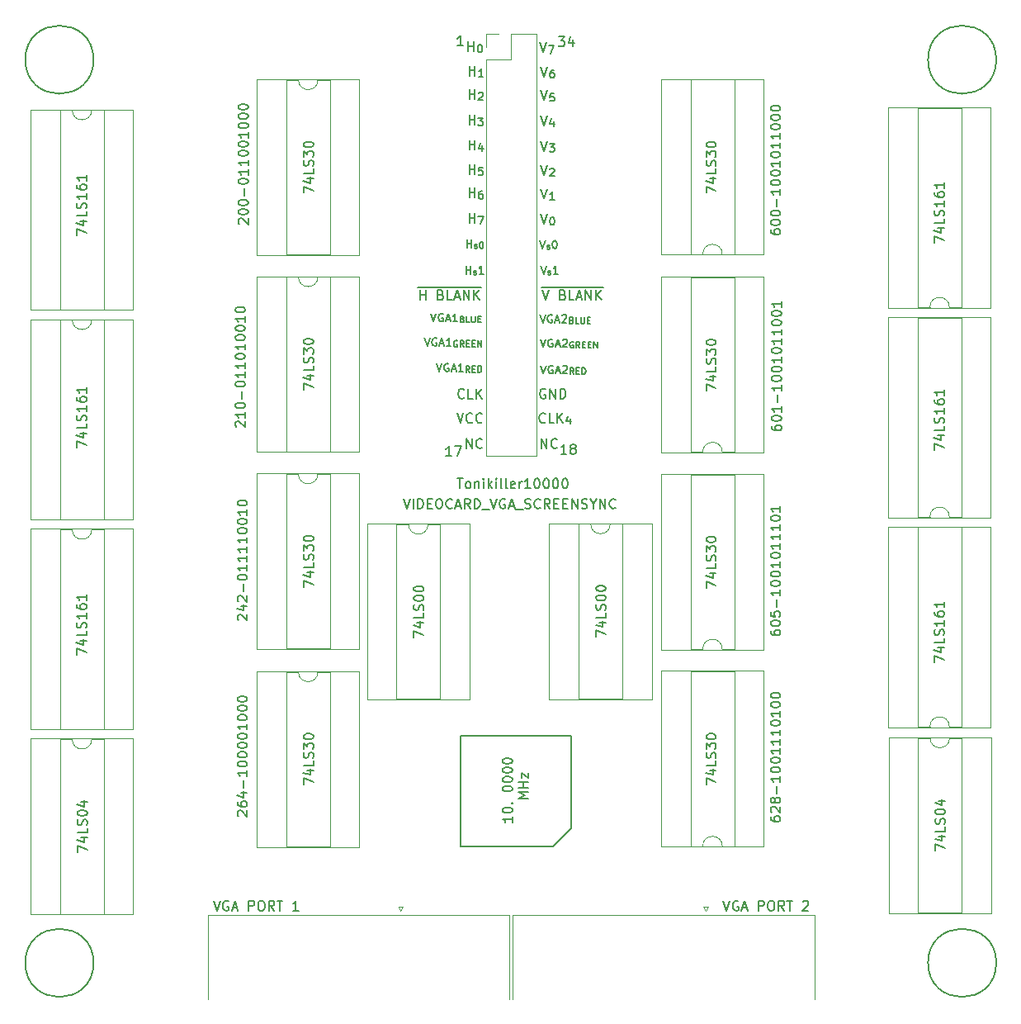
<source format=gbr>
%TF.GenerationSoftware,KiCad,Pcbnew,(6.0.5)*%
%TF.CreationDate,2022-10-16T21:23:39+03:00*%
%TF.ProjectId,VGA_SCREENSYNC,5647415f-5343-4524-9545-4e53594e432e,rev?*%
%TF.SameCoordinates,Original*%
%TF.FileFunction,Legend,Top*%
%TF.FilePolarity,Positive*%
%FSLAX46Y46*%
G04 Gerber Fmt 4.6, Leading zero omitted, Abs format (unit mm)*
G04 Created by KiCad (PCBNEW (6.0.5)) date 2022-10-16 21:23:39*
%MOMM*%
%LPD*%
G01*
G04 APERTURE LIST*
%ADD10C,0.200000*%
%ADD11C,0.160000*%
%ADD12C,0.150000*%
%ADD13C,0.120000*%
G04 APERTURE END LIST*
D10*
X102610000Y-126750000D02*
X93410000Y-126750000D01*
X104510000Y-116500000D02*
X104510000Y-124850000D01*
X148100000Y-46060000D02*
G75*
G03*
X148100000Y-46060000I-3500000J0D01*
G01*
X104510000Y-116500000D02*
X104510000Y-115350000D01*
X93410000Y-126750000D02*
X93110000Y-126750000D01*
X104510000Y-115350000D02*
X103910000Y-115350000D01*
X93710000Y-115350000D02*
X93210000Y-115350000D01*
X55500000Y-46060000D02*
G75*
G03*
X55500000Y-46060000I-3500000J0D01*
G01*
X55500000Y-138660000D02*
G75*
G03*
X55500000Y-138660000I-3500000J0D01*
G01*
X93710000Y-115350000D02*
X103910000Y-115350000D01*
X104510000Y-124850000D02*
X102610000Y-126750000D01*
X93110000Y-115350000D02*
X93110000Y-115950000D01*
X93110000Y-126150000D02*
X93110000Y-115950000D01*
X148100000Y-138660000D02*
G75*
G03*
X148100000Y-138660000I-3500000J0D01*
G01*
X93210000Y-115350000D02*
X93110000Y-115350000D01*
X87281428Y-91102380D02*
X87614761Y-92102380D01*
X87948095Y-91102380D01*
X88281428Y-92102380D02*
X88281428Y-91102380D01*
X88757619Y-92102380D02*
X88757619Y-91102380D01*
X88995714Y-91102380D01*
X89138571Y-91150000D01*
X89233809Y-91245238D01*
X89281428Y-91340476D01*
X89329047Y-91530952D01*
X89329047Y-91673809D01*
X89281428Y-91864285D01*
X89233809Y-91959523D01*
X89138571Y-92054761D01*
X88995714Y-92102380D01*
X88757619Y-92102380D01*
X89757619Y-91578571D02*
X90090952Y-91578571D01*
X90233809Y-92102380D02*
X89757619Y-92102380D01*
X89757619Y-91102380D01*
X90233809Y-91102380D01*
X90852857Y-91102380D02*
X91043333Y-91102380D01*
X91138571Y-91150000D01*
X91233809Y-91245238D01*
X91281428Y-91435714D01*
X91281428Y-91769047D01*
X91233809Y-91959523D01*
X91138571Y-92054761D01*
X91043333Y-92102380D01*
X90852857Y-92102380D01*
X90757619Y-92054761D01*
X90662380Y-91959523D01*
X90614761Y-91769047D01*
X90614761Y-91435714D01*
X90662380Y-91245238D01*
X90757619Y-91150000D01*
X90852857Y-91102380D01*
X92281428Y-92007142D02*
X92233809Y-92054761D01*
X92090952Y-92102380D01*
X91995714Y-92102380D01*
X91852857Y-92054761D01*
X91757619Y-91959523D01*
X91710000Y-91864285D01*
X91662380Y-91673809D01*
X91662380Y-91530952D01*
X91710000Y-91340476D01*
X91757619Y-91245238D01*
X91852857Y-91150000D01*
X91995714Y-91102380D01*
X92090952Y-91102380D01*
X92233809Y-91150000D01*
X92281428Y-91197619D01*
X92662380Y-91816666D02*
X93138571Y-91816666D01*
X92567142Y-92102380D02*
X92900476Y-91102380D01*
X93233809Y-92102380D01*
X94138571Y-92102380D02*
X93805238Y-91626190D01*
X93567142Y-92102380D02*
X93567142Y-91102380D01*
X93948095Y-91102380D01*
X94043333Y-91150000D01*
X94090952Y-91197619D01*
X94138571Y-91292857D01*
X94138571Y-91435714D01*
X94090952Y-91530952D01*
X94043333Y-91578571D01*
X93948095Y-91626190D01*
X93567142Y-91626190D01*
X94567142Y-92102380D02*
X94567142Y-91102380D01*
X94805238Y-91102380D01*
X94948095Y-91150000D01*
X95043333Y-91245238D01*
X95090952Y-91340476D01*
X95138571Y-91530952D01*
X95138571Y-91673809D01*
X95090952Y-91864285D01*
X95043333Y-91959523D01*
X94948095Y-92054761D01*
X94805238Y-92102380D01*
X94567142Y-92102380D01*
X95329047Y-92197619D02*
X96090952Y-92197619D01*
X96186190Y-91102380D02*
X96519523Y-92102380D01*
X96852857Y-91102380D01*
X97710000Y-91150000D02*
X97614761Y-91102380D01*
X97471904Y-91102380D01*
X97329047Y-91150000D01*
X97233809Y-91245238D01*
X97186190Y-91340476D01*
X97138571Y-91530952D01*
X97138571Y-91673809D01*
X97186190Y-91864285D01*
X97233809Y-91959523D01*
X97329047Y-92054761D01*
X97471904Y-92102380D01*
X97567142Y-92102380D01*
X97710000Y-92054761D01*
X97757619Y-92007142D01*
X97757619Y-91673809D01*
X97567142Y-91673809D01*
X98138571Y-91816666D02*
X98614761Y-91816666D01*
X98043333Y-92102380D02*
X98376666Y-91102380D01*
X98710000Y-92102380D01*
X98805238Y-92197619D02*
X99567142Y-92197619D01*
X99757619Y-92054761D02*
X99900476Y-92102380D01*
X100138571Y-92102380D01*
X100233809Y-92054761D01*
X100281428Y-92007142D01*
X100329047Y-91911904D01*
X100329047Y-91816666D01*
X100281428Y-91721428D01*
X100233809Y-91673809D01*
X100138571Y-91626190D01*
X99948095Y-91578571D01*
X99852857Y-91530952D01*
X99805238Y-91483333D01*
X99757619Y-91388095D01*
X99757619Y-91292857D01*
X99805238Y-91197619D01*
X99852857Y-91150000D01*
X99948095Y-91102380D01*
X100186190Y-91102380D01*
X100329047Y-91150000D01*
X101329047Y-92007142D02*
X101281428Y-92054761D01*
X101138571Y-92102380D01*
X101043333Y-92102380D01*
X100900476Y-92054761D01*
X100805238Y-91959523D01*
X100757619Y-91864285D01*
X100710000Y-91673809D01*
X100710000Y-91530952D01*
X100757619Y-91340476D01*
X100805238Y-91245238D01*
X100900476Y-91150000D01*
X101043333Y-91102380D01*
X101138571Y-91102380D01*
X101281428Y-91150000D01*
X101329047Y-91197619D01*
X102329047Y-92102380D02*
X101995714Y-91626190D01*
X101757619Y-92102380D02*
X101757619Y-91102380D01*
X102138571Y-91102380D01*
X102233809Y-91150000D01*
X102281428Y-91197619D01*
X102329047Y-91292857D01*
X102329047Y-91435714D01*
X102281428Y-91530952D01*
X102233809Y-91578571D01*
X102138571Y-91626190D01*
X101757619Y-91626190D01*
X102757619Y-91578571D02*
X103090952Y-91578571D01*
X103233809Y-92102380D02*
X102757619Y-92102380D01*
X102757619Y-91102380D01*
X103233809Y-91102380D01*
X103662380Y-91578571D02*
X103995714Y-91578571D01*
X104138571Y-92102380D02*
X103662380Y-92102380D01*
X103662380Y-91102380D01*
X104138571Y-91102380D01*
X104567142Y-92102380D02*
X104567142Y-91102380D01*
X105138571Y-92102380D01*
X105138571Y-91102380D01*
X105567142Y-92054761D02*
X105710000Y-92102380D01*
X105948095Y-92102380D01*
X106043333Y-92054761D01*
X106090952Y-92007142D01*
X106138571Y-91911904D01*
X106138571Y-91816666D01*
X106090952Y-91721428D01*
X106043333Y-91673809D01*
X105948095Y-91626190D01*
X105757619Y-91578571D01*
X105662380Y-91530952D01*
X105614761Y-91483333D01*
X105567142Y-91388095D01*
X105567142Y-91292857D01*
X105614761Y-91197619D01*
X105662380Y-91150000D01*
X105757619Y-91102380D01*
X105995714Y-91102380D01*
X106138571Y-91150000D01*
X106757619Y-91626190D02*
X106757619Y-92102380D01*
X106424285Y-91102380D02*
X106757619Y-91626190D01*
X107090952Y-91102380D01*
X107424285Y-92102380D02*
X107424285Y-91102380D01*
X107995714Y-92102380D01*
X107995714Y-91102380D01*
X109043333Y-92007142D02*
X108995714Y-92054761D01*
X108852857Y-92102380D01*
X108757619Y-92102380D01*
X108614761Y-92054761D01*
X108519523Y-91959523D01*
X108471904Y-91864285D01*
X108424285Y-91673809D01*
X108424285Y-91530952D01*
X108471904Y-91340476D01*
X108519523Y-91245238D01*
X108614761Y-91150000D01*
X108757619Y-91102380D01*
X108852857Y-91102380D01*
X108995714Y-91150000D01*
X109043333Y-91197619D01*
X101395714Y-49202380D02*
X101729047Y-50202380D01*
X102062380Y-49202380D01*
X102729047Y-49511904D02*
X102348095Y-49511904D01*
X102310000Y-49892857D01*
X102348095Y-49854761D01*
X102424285Y-49816666D01*
X102614761Y-49816666D01*
X102690952Y-49854761D01*
X102729047Y-49892857D01*
X102767142Y-49969047D01*
X102767142Y-50159523D01*
X102729047Y-50235714D01*
X102690952Y-50273809D01*
X102614761Y-50311904D01*
X102424285Y-50311904D01*
X102348095Y-50273809D01*
X102310000Y-50235714D01*
D11*
X93741428Y-68011904D02*
X93741428Y-67211904D01*
X93741428Y-67592857D02*
X94198571Y-67592857D01*
X94198571Y-68011904D02*
X94198571Y-67211904D01*
X94510952Y-68069047D02*
X94571904Y-68099523D01*
X94693809Y-68099523D01*
X94754761Y-68069047D01*
X94785238Y-68008095D01*
X94785238Y-67977619D01*
X94754761Y-67916666D01*
X94693809Y-67886190D01*
X94602380Y-67886190D01*
X94541428Y-67855714D01*
X94510952Y-67794761D01*
X94510952Y-67764285D01*
X94541428Y-67703333D01*
X94602380Y-67672857D01*
X94693809Y-67672857D01*
X94754761Y-67703333D01*
X95516666Y-68011904D02*
X95059523Y-68011904D01*
X95288095Y-68011904D02*
X95288095Y-67211904D01*
X95211904Y-67326190D01*
X95135714Y-67402380D01*
X95059523Y-67440476D01*
D10*
X98457380Y-123664285D02*
X98457380Y-124235714D01*
X98457380Y-123950000D02*
X97457380Y-123950000D01*
X97600238Y-124045238D01*
X97695476Y-124140476D01*
X97743095Y-124235714D01*
X97457380Y-123045238D02*
X97457380Y-122950000D01*
X97505000Y-122854761D01*
X97552619Y-122807142D01*
X97647857Y-122759523D01*
X97838333Y-122711904D01*
X98076428Y-122711904D01*
X98266904Y-122759523D01*
X98362142Y-122807142D01*
X98409761Y-122854761D01*
X98457380Y-122950000D01*
X98457380Y-123045238D01*
X98409761Y-123140476D01*
X98362142Y-123188095D01*
X98266904Y-123235714D01*
X98076428Y-123283333D01*
X97838333Y-123283333D01*
X97647857Y-123235714D01*
X97552619Y-123188095D01*
X97505000Y-123140476D01*
X97457380Y-123045238D01*
X98362142Y-122283333D02*
X98409761Y-122235714D01*
X98457380Y-122283333D01*
X98409761Y-122330952D01*
X98362142Y-122283333D01*
X98457380Y-122283333D01*
X97457380Y-120854761D02*
X97457380Y-120759523D01*
X97505000Y-120664285D01*
X97552619Y-120616666D01*
X97647857Y-120569047D01*
X97838333Y-120521428D01*
X98076428Y-120521428D01*
X98266904Y-120569047D01*
X98362142Y-120616666D01*
X98409761Y-120664285D01*
X98457380Y-120759523D01*
X98457380Y-120854761D01*
X98409761Y-120950000D01*
X98362142Y-120997619D01*
X98266904Y-121045238D01*
X98076428Y-121092857D01*
X97838333Y-121092857D01*
X97647857Y-121045238D01*
X97552619Y-120997619D01*
X97505000Y-120950000D01*
X97457380Y-120854761D01*
X97457380Y-119902380D02*
X97457380Y-119807142D01*
X97505000Y-119711904D01*
X97552619Y-119664285D01*
X97647857Y-119616666D01*
X97838333Y-119569047D01*
X98076428Y-119569047D01*
X98266904Y-119616666D01*
X98362142Y-119664285D01*
X98409761Y-119711904D01*
X98457380Y-119807142D01*
X98457380Y-119902380D01*
X98409761Y-119997619D01*
X98362142Y-120045238D01*
X98266904Y-120092857D01*
X98076428Y-120140476D01*
X97838333Y-120140476D01*
X97647857Y-120092857D01*
X97552619Y-120045238D01*
X97505000Y-119997619D01*
X97457380Y-119902380D01*
X97457380Y-118950000D02*
X97457380Y-118854761D01*
X97505000Y-118759523D01*
X97552619Y-118711904D01*
X97647857Y-118664285D01*
X97838333Y-118616666D01*
X98076428Y-118616666D01*
X98266904Y-118664285D01*
X98362142Y-118711904D01*
X98409761Y-118759523D01*
X98457380Y-118854761D01*
X98457380Y-118950000D01*
X98409761Y-119045238D01*
X98362142Y-119092857D01*
X98266904Y-119140476D01*
X98076428Y-119188095D01*
X97838333Y-119188095D01*
X97647857Y-119140476D01*
X97552619Y-119092857D01*
X97505000Y-119045238D01*
X97457380Y-118950000D01*
X97457380Y-117997619D02*
X97457380Y-117902380D01*
X97505000Y-117807142D01*
X97552619Y-117759523D01*
X97647857Y-117711904D01*
X97838333Y-117664285D01*
X98076428Y-117664285D01*
X98266904Y-117711904D01*
X98362142Y-117759523D01*
X98409761Y-117807142D01*
X98457380Y-117902380D01*
X98457380Y-117997619D01*
X98409761Y-118092857D01*
X98362142Y-118140476D01*
X98266904Y-118188095D01*
X98076428Y-118235714D01*
X97838333Y-118235714D01*
X97647857Y-118188095D01*
X97552619Y-118140476D01*
X97505000Y-118092857D01*
X97457380Y-117997619D01*
X100067380Y-121830952D02*
X99067380Y-121830952D01*
X99781666Y-121497619D01*
X99067380Y-121164285D01*
X100067380Y-121164285D01*
X100067380Y-120688095D02*
X99067380Y-120688095D01*
X99543571Y-120688095D02*
X99543571Y-120116666D01*
X100067380Y-120116666D02*
X99067380Y-120116666D01*
X99400714Y-119735714D02*
X99400714Y-119211904D01*
X100067380Y-119735714D01*
X100067380Y-119211904D01*
X101295714Y-44302380D02*
X101629047Y-45302380D01*
X101962380Y-44302380D01*
X102171904Y-44611904D02*
X102705238Y-44611904D01*
X102362380Y-45411904D01*
X125052380Y-83602857D02*
X125052380Y-83793333D01*
X125100000Y-83888571D01*
X125147619Y-83936190D01*
X125290476Y-84031428D01*
X125480952Y-84079047D01*
X125861904Y-84079047D01*
X125957142Y-84031428D01*
X126004761Y-83983809D01*
X126052380Y-83888571D01*
X126052380Y-83698095D01*
X126004761Y-83602857D01*
X125957142Y-83555238D01*
X125861904Y-83507619D01*
X125623809Y-83507619D01*
X125528571Y-83555238D01*
X125480952Y-83602857D01*
X125433333Y-83698095D01*
X125433333Y-83888571D01*
X125480952Y-83983809D01*
X125528571Y-84031428D01*
X125623809Y-84079047D01*
X125052380Y-82888571D02*
X125052380Y-82793333D01*
X125100000Y-82698095D01*
X125147619Y-82650476D01*
X125242857Y-82602857D01*
X125433333Y-82555238D01*
X125671428Y-82555238D01*
X125861904Y-82602857D01*
X125957142Y-82650476D01*
X126004761Y-82698095D01*
X126052380Y-82793333D01*
X126052380Y-82888571D01*
X126004761Y-82983809D01*
X125957142Y-83031428D01*
X125861904Y-83079047D01*
X125671428Y-83126666D01*
X125433333Y-83126666D01*
X125242857Y-83079047D01*
X125147619Y-83031428D01*
X125100000Y-82983809D01*
X125052380Y-82888571D01*
X126052380Y-81602857D02*
X126052380Y-82174285D01*
X126052380Y-81888571D02*
X125052380Y-81888571D01*
X125195238Y-81983809D01*
X125290476Y-82079047D01*
X125338095Y-82174285D01*
X125671428Y-81174285D02*
X125671428Y-80412380D01*
X126052380Y-79412380D02*
X126052380Y-79983809D01*
X126052380Y-79698095D02*
X125052380Y-79698095D01*
X125195238Y-79793333D01*
X125290476Y-79888571D01*
X125338095Y-79983809D01*
X125052380Y-78793333D02*
X125052380Y-78698095D01*
X125100000Y-78602857D01*
X125147619Y-78555238D01*
X125242857Y-78507619D01*
X125433333Y-78460000D01*
X125671428Y-78460000D01*
X125861904Y-78507619D01*
X125957142Y-78555238D01*
X126004761Y-78602857D01*
X126052380Y-78698095D01*
X126052380Y-78793333D01*
X126004761Y-78888571D01*
X125957142Y-78936190D01*
X125861904Y-78983809D01*
X125671428Y-79031428D01*
X125433333Y-79031428D01*
X125242857Y-78983809D01*
X125147619Y-78936190D01*
X125100000Y-78888571D01*
X125052380Y-78793333D01*
X125052380Y-77840952D02*
X125052380Y-77745714D01*
X125100000Y-77650476D01*
X125147619Y-77602857D01*
X125242857Y-77555238D01*
X125433333Y-77507619D01*
X125671428Y-77507619D01*
X125861904Y-77555238D01*
X125957142Y-77602857D01*
X126004761Y-77650476D01*
X126052380Y-77745714D01*
X126052380Y-77840952D01*
X126004761Y-77936190D01*
X125957142Y-77983809D01*
X125861904Y-78031428D01*
X125671428Y-78079047D01*
X125433333Y-78079047D01*
X125242857Y-78031428D01*
X125147619Y-77983809D01*
X125100000Y-77936190D01*
X125052380Y-77840952D01*
X126052380Y-76555238D02*
X126052380Y-77126666D01*
X126052380Y-76840952D02*
X125052380Y-76840952D01*
X125195238Y-76936190D01*
X125290476Y-77031428D01*
X125338095Y-77126666D01*
X125052380Y-75936190D02*
X125052380Y-75840952D01*
X125100000Y-75745714D01*
X125147619Y-75698095D01*
X125242857Y-75650476D01*
X125433333Y-75602857D01*
X125671428Y-75602857D01*
X125861904Y-75650476D01*
X125957142Y-75698095D01*
X126004761Y-75745714D01*
X126052380Y-75840952D01*
X126052380Y-75936190D01*
X126004761Y-76031428D01*
X125957142Y-76079047D01*
X125861904Y-76126666D01*
X125671428Y-76174285D01*
X125433333Y-76174285D01*
X125242857Y-76126666D01*
X125147619Y-76079047D01*
X125100000Y-76031428D01*
X125052380Y-75936190D01*
X126052380Y-74650476D02*
X126052380Y-75221904D01*
X126052380Y-74936190D02*
X125052380Y-74936190D01*
X125195238Y-75031428D01*
X125290476Y-75126666D01*
X125338095Y-75221904D01*
X126052380Y-73698095D02*
X126052380Y-74269523D01*
X126052380Y-73983809D02*
X125052380Y-73983809D01*
X125195238Y-74079047D01*
X125290476Y-74174285D01*
X125338095Y-74269523D01*
X125052380Y-73079047D02*
X125052380Y-72983809D01*
X125100000Y-72888571D01*
X125147619Y-72840952D01*
X125242857Y-72793333D01*
X125433333Y-72745714D01*
X125671428Y-72745714D01*
X125861904Y-72793333D01*
X125957142Y-72840952D01*
X126004761Y-72888571D01*
X126052380Y-72983809D01*
X126052380Y-73079047D01*
X126004761Y-73174285D01*
X125957142Y-73221904D01*
X125861904Y-73269523D01*
X125671428Y-73317142D01*
X125433333Y-73317142D01*
X125242857Y-73269523D01*
X125147619Y-73221904D01*
X125100000Y-73174285D01*
X125052380Y-73079047D01*
X125052380Y-72126666D02*
X125052380Y-72031428D01*
X125100000Y-71936190D01*
X125147619Y-71888571D01*
X125242857Y-71840952D01*
X125433333Y-71793333D01*
X125671428Y-71793333D01*
X125861904Y-71840952D01*
X125957142Y-71888571D01*
X126004761Y-71936190D01*
X126052380Y-72031428D01*
X126052380Y-72126666D01*
X126004761Y-72221904D01*
X125957142Y-72269523D01*
X125861904Y-72317142D01*
X125671428Y-72364761D01*
X125433333Y-72364761D01*
X125242857Y-72317142D01*
X125147619Y-72269523D01*
X125100000Y-72221904D01*
X125052380Y-72126666D01*
X126052380Y-70840952D02*
X126052380Y-71412380D01*
X126052380Y-71126666D02*
X125052380Y-71126666D01*
X125195238Y-71221904D01*
X125290476Y-71317142D01*
X125338095Y-71412380D01*
X101395714Y-46802380D02*
X101729047Y-47802380D01*
X102062380Y-46802380D01*
X102690952Y-47111904D02*
X102538571Y-47111904D01*
X102462380Y-47150000D01*
X102424285Y-47188095D01*
X102348095Y-47302380D01*
X102310000Y-47454761D01*
X102310000Y-47759523D01*
X102348095Y-47835714D01*
X102386190Y-47873809D01*
X102462380Y-47911904D01*
X102614761Y-47911904D01*
X102690952Y-47873809D01*
X102729047Y-47835714D01*
X102767142Y-47759523D01*
X102767142Y-47569047D01*
X102729047Y-47492857D01*
X102690952Y-47454761D01*
X102614761Y-47416666D01*
X102462380Y-47416666D01*
X102386190Y-47454761D01*
X102348095Y-47492857D01*
X102310000Y-47569047D01*
X70442619Y-62902857D02*
X70395000Y-62855238D01*
X70347380Y-62760000D01*
X70347380Y-62521904D01*
X70395000Y-62426666D01*
X70442619Y-62379047D01*
X70537857Y-62331428D01*
X70633095Y-62331428D01*
X70775952Y-62379047D01*
X71347380Y-62950476D01*
X71347380Y-62331428D01*
X70347380Y-61712380D02*
X70347380Y-61617142D01*
X70395000Y-61521904D01*
X70442619Y-61474285D01*
X70537857Y-61426666D01*
X70728333Y-61379047D01*
X70966428Y-61379047D01*
X71156904Y-61426666D01*
X71252142Y-61474285D01*
X71299761Y-61521904D01*
X71347380Y-61617142D01*
X71347380Y-61712380D01*
X71299761Y-61807619D01*
X71252142Y-61855238D01*
X71156904Y-61902857D01*
X70966428Y-61950476D01*
X70728333Y-61950476D01*
X70537857Y-61902857D01*
X70442619Y-61855238D01*
X70395000Y-61807619D01*
X70347380Y-61712380D01*
X70347380Y-60760000D02*
X70347380Y-60664761D01*
X70395000Y-60569523D01*
X70442619Y-60521904D01*
X70537857Y-60474285D01*
X70728333Y-60426666D01*
X70966428Y-60426666D01*
X71156904Y-60474285D01*
X71252142Y-60521904D01*
X71299761Y-60569523D01*
X71347380Y-60664761D01*
X71347380Y-60760000D01*
X71299761Y-60855238D01*
X71252142Y-60902857D01*
X71156904Y-60950476D01*
X70966428Y-60998095D01*
X70728333Y-60998095D01*
X70537857Y-60950476D01*
X70442619Y-60902857D01*
X70395000Y-60855238D01*
X70347380Y-60760000D01*
X70966428Y-59998095D02*
X70966428Y-59236190D01*
X70347380Y-58569523D02*
X70347380Y-58474285D01*
X70395000Y-58379047D01*
X70442619Y-58331428D01*
X70537857Y-58283809D01*
X70728333Y-58236190D01*
X70966428Y-58236190D01*
X71156904Y-58283809D01*
X71252142Y-58331428D01*
X71299761Y-58379047D01*
X71347380Y-58474285D01*
X71347380Y-58569523D01*
X71299761Y-58664761D01*
X71252142Y-58712380D01*
X71156904Y-58760000D01*
X70966428Y-58807619D01*
X70728333Y-58807619D01*
X70537857Y-58760000D01*
X70442619Y-58712380D01*
X70395000Y-58664761D01*
X70347380Y-58569523D01*
X71347380Y-57283809D02*
X71347380Y-57855238D01*
X71347380Y-57569523D02*
X70347380Y-57569523D01*
X70490238Y-57664761D01*
X70585476Y-57760000D01*
X70633095Y-57855238D01*
X71347380Y-56331428D02*
X71347380Y-56902857D01*
X71347380Y-56617142D02*
X70347380Y-56617142D01*
X70490238Y-56712380D01*
X70585476Y-56807619D01*
X70633095Y-56902857D01*
X70347380Y-55712380D02*
X70347380Y-55617142D01*
X70395000Y-55521904D01*
X70442619Y-55474285D01*
X70537857Y-55426666D01*
X70728333Y-55379047D01*
X70966428Y-55379047D01*
X71156904Y-55426666D01*
X71252142Y-55474285D01*
X71299761Y-55521904D01*
X71347380Y-55617142D01*
X71347380Y-55712380D01*
X71299761Y-55807619D01*
X71252142Y-55855238D01*
X71156904Y-55902857D01*
X70966428Y-55950476D01*
X70728333Y-55950476D01*
X70537857Y-55902857D01*
X70442619Y-55855238D01*
X70395000Y-55807619D01*
X70347380Y-55712380D01*
X70347380Y-54760000D02*
X70347380Y-54664761D01*
X70395000Y-54569523D01*
X70442619Y-54521904D01*
X70537857Y-54474285D01*
X70728333Y-54426666D01*
X70966428Y-54426666D01*
X71156904Y-54474285D01*
X71252142Y-54521904D01*
X71299761Y-54569523D01*
X71347380Y-54664761D01*
X71347380Y-54760000D01*
X71299761Y-54855238D01*
X71252142Y-54902857D01*
X71156904Y-54950476D01*
X70966428Y-54998095D01*
X70728333Y-54998095D01*
X70537857Y-54950476D01*
X70442619Y-54902857D01*
X70395000Y-54855238D01*
X70347380Y-54760000D01*
X71347380Y-53474285D02*
X71347380Y-54045714D01*
X71347380Y-53760000D02*
X70347380Y-53760000D01*
X70490238Y-53855238D01*
X70585476Y-53950476D01*
X70633095Y-54045714D01*
X70347380Y-52855238D02*
X70347380Y-52760000D01*
X70395000Y-52664761D01*
X70442619Y-52617142D01*
X70537857Y-52569523D01*
X70728333Y-52521904D01*
X70966428Y-52521904D01*
X71156904Y-52569523D01*
X71252142Y-52617142D01*
X71299761Y-52664761D01*
X71347380Y-52760000D01*
X71347380Y-52855238D01*
X71299761Y-52950476D01*
X71252142Y-52998095D01*
X71156904Y-53045714D01*
X70966428Y-53093333D01*
X70728333Y-53093333D01*
X70537857Y-53045714D01*
X70442619Y-52998095D01*
X70395000Y-52950476D01*
X70347380Y-52855238D01*
X70347380Y-51902857D02*
X70347380Y-51807619D01*
X70395000Y-51712380D01*
X70442619Y-51664761D01*
X70537857Y-51617142D01*
X70728333Y-51569523D01*
X70966428Y-51569523D01*
X71156904Y-51617142D01*
X71252142Y-51664761D01*
X71299761Y-51712380D01*
X71347380Y-51807619D01*
X71347380Y-51902857D01*
X71299761Y-51998095D01*
X71252142Y-52045714D01*
X71156904Y-52093333D01*
X70966428Y-52140952D01*
X70728333Y-52140952D01*
X70537857Y-52093333D01*
X70442619Y-52045714D01*
X70395000Y-51998095D01*
X70347380Y-51902857D01*
X70347380Y-50950476D02*
X70347380Y-50855238D01*
X70395000Y-50760000D01*
X70442619Y-50712380D01*
X70537857Y-50664761D01*
X70728333Y-50617142D01*
X70966428Y-50617142D01*
X71156904Y-50664761D01*
X71252142Y-50712380D01*
X71299761Y-50760000D01*
X71347380Y-50855238D01*
X71347380Y-50950476D01*
X71299761Y-51045714D01*
X71252142Y-51093333D01*
X71156904Y-51140952D01*
X70966428Y-51188571D01*
X70728333Y-51188571D01*
X70537857Y-51140952D01*
X70442619Y-51093333D01*
X70395000Y-51045714D01*
X70347380Y-50950476D01*
X70347619Y-123602857D02*
X70300000Y-123555238D01*
X70252380Y-123460000D01*
X70252380Y-123221904D01*
X70300000Y-123126666D01*
X70347619Y-123079047D01*
X70442857Y-123031428D01*
X70538095Y-123031428D01*
X70680952Y-123079047D01*
X71252380Y-123650476D01*
X71252380Y-123031428D01*
X70252380Y-122174285D02*
X70252380Y-122364761D01*
X70300000Y-122460000D01*
X70347619Y-122507619D01*
X70490476Y-122602857D01*
X70680952Y-122650476D01*
X71061904Y-122650476D01*
X71157142Y-122602857D01*
X71204761Y-122555238D01*
X71252380Y-122460000D01*
X71252380Y-122269523D01*
X71204761Y-122174285D01*
X71157142Y-122126666D01*
X71061904Y-122079047D01*
X70823809Y-122079047D01*
X70728571Y-122126666D01*
X70680952Y-122174285D01*
X70633333Y-122269523D01*
X70633333Y-122460000D01*
X70680952Y-122555238D01*
X70728571Y-122602857D01*
X70823809Y-122650476D01*
X70585714Y-121221904D02*
X71252380Y-121221904D01*
X70204761Y-121460000D02*
X70919047Y-121698095D01*
X70919047Y-121079047D01*
X70871428Y-120698095D02*
X70871428Y-119936190D01*
X71252380Y-118936190D02*
X71252380Y-119507619D01*
X71252380Y-119221904D02*
X70252380Y-119221904D01*
X70395238Y-119317142D01*
X70490476Y-119412380D01*
X70538095Y-119507619D01*
X70252380Y-118317142D02*
X70252380Y-118221904D01*
X70300000Y-118126666D01*
X70347619Y-118079047D01*
X70442857Y-118031428D01*
X70633333Y-117983809D01*
X70871428Y-117983809D01*
X71061904Y-118031428D01*
X71157142Y-118079047D01*
X71204761Y-118126666D01*
X71252380Y-118221904D01*
X71252380Y-118317142D01*
X71204761Y-118412380D01*
X71157142Y-118460000D01*
X71061904Y-118507619D01*
X70871428Y-118555238D01*
X70633333Y-118555238D01*
X70442857Y-118507619D01*
X70347619Y-118460000D01*
X70300000Y-118412380D01*
X70252380Y-118317142D01*
X70252380Y-117364761D02*
X70252380Y-117269523D01*
X70300000Y-117174285D01*
X70347619Y-117126666D01*
X70442857Y-117079047D01*
X70633333Y-117031428D01*
X70871428Y-117031428D01*
X71061904Y-117079047D01*
X71157142Y-117126666D01*
X71204761Y-117174285D01*
X71252380Y-117269523D01*
X71252380Y-117364761D01*
X71204761Y-117460000D01*
X71157142Y-117507619D01*
X71061904Y-117555238D01*
X70871428Y-117602857D01*
X70633333Y-117602857D01*
X70442857Y-117555238D01*
X70347619Y-117507619D01*
X70300000Y-117460000D01*
X70252380Y-117364761D01*
X70252380Y-116412380D02*
X70252380Y-116317142D01*
X70300000Y-116221904D01*
X70347619Y-116174285D01*
X70442857Y-116126666D01*
X70633333Y-116079047D01*
X70871428Y-116079047D01*
X71061904Y-116126666D01*
X71157142Y-116174285D01*
X71204761Y-116221904D01*
X71252380Y-116317142D01*
X71252380Y-116412380D01*
X71204761Y-116507619D01*
X71157142Y-116555238D01*
X71061904Y-116602857D01*
X70871428Y-116650476D01*
X70633333Y-116650476D01*
X70442857Y-116602857D01*
X70347619Y-116555238D01*
X70300000Y-116507619D01*
X70252380Y-116412380D01*
X70252380Y-115460000D02*
X70252380Y-115364761D01*
X70300000Y-115269523D01*
X70347619Y-115221904D01*
X70442857Y-115174285D01*
X70633333Y-115126666D01*
X70871428Y-115126666D01*
X71061904Y-115174285D01*
X71157142Y-115221904D01*
X71204761Y-115269523D01*
X71252380Y-115364761D01*
X71252380Y-115460000D01*
X71204761Y-115555238D01*
X71157142Y-115602857D01*
X71061904Y-115650476D01*
X70871428Y-115698095D01*
X70633333Y-115698095D01*
X70442857Y-115650476D01*
X70347619Y-115602857D01*
X70300000Y-115555238D01*
X70252380Y-115460000D01*
X71252380Y-114174285D02*
X71252380Y-114745714D01*
X71252380Y-114460000D02*
X70252380Y-114460000D01*
X70395238Y-114555238D01*
X70490476Y-114650476D01*
X70538095Y-114745714D01*
X70252380Y-113555238D02*
X70252380Y-113460000D01*
X70300000Y-113364761D01*
X70347619Y-113317142D01*
X70442857Y-113269523D01*
X70633333Y-113221904D01*
X70871428Y-113221904D01*
X71061904Y-113269523D01*
X71157142Y-113317142D01*
X71204761Y-113364761D01*
X71252380Y-113460000D01*
X71252380Y-113555238D01*
X71204761Y-113650476D01*
X71157142Y-113698095D01*
X71061904Y-113745714D01*
X70871428Y-113793333D01*
X70633333Y-113793333D01*
X70442857Y-113745714D01*
X70347619Y-113698095D01*
X70300000Y-113650476D01*
X70252380Y-113555238D01*
X70252380Y-112602857D02*
X70252380Y-112507619D01*
X70300000Y-112412380D01*
X70347619Y-112364761D01*
X70442857Y-112317142D01*
X70633333Y-112269523D01*
X70871428Y-112269523D01*
X71061904Y-112317142D01*
X71157142Y-112364761D01*
X71204761Y-112412380D01*
X71252380Y-112507619D01*
X71252380Y-112602857D01*
X71204761Y-112698095D01*
X71157142Y-112745714D01*
X71061904Y-112793333D01*
X70871428Y-112840952D01*
X70633333Y-112840952D01*
X70442857Y-112793333D01*
X70347619Y-112745714D01*
X70300000Y-112698095D01*
X70252380Y-112602857D01*
X70252380Y-111650476D02*
X70252380Y-111555238D01*
X70300000Y-111460000D01*
X70347619Y-111412380D01*
X70442857Y-111364761D01*
X70633333Y-111317142D01*
X70871428Y-111317142D01*
X71061904Y-111364761D01*
X71157142Y-111412380D01*
X71204761Y-111460000D01*
X71252380Y-111555238D01*
X71252380Y-111650476D01*
X71204761Y-111745714D01*
X71157142Y-111793333D01*
X71061904Y-111840952D01*
X70871428Y-111888571D01*
X70633333Y-111888571D01*
X70442857Y-111840952D01*
X70347619Y-111793333D01*
X70300000Y-111745714D01*
X70252380Y-111650476D01*
X70347619Y-103502857D02*
X70300000Y-103455238D01*
X70252380Y-103360000D01*
X70252380Y-103121904D01*
X70300000Y-103026666D01*
X70347619Y-102979047D01*
X70442857Y-102931428D01*
X70538095Y-102931428D01*
X70680952Y-102979047D01*
X71252380Y-103550476D01*
X71252380Y-102931428D01*
X70585714Y-102074285D02*
X71252380Y-102074285D01*
X70204761Y-102312380D02*
X70919047Y-102550476D01*
X70919047Y-101931428D01*
X70347619Y-101598095D02*
X70300000Y-101550476D01*
X70252380Y-101455238D01*
X70252380Y-101217142D01*
X70300000Y-101121904D01*
X70347619Y-101074285D01*
X70442857Y-101026666D01*
X70538095Y-101026666D01*
X70680952Y-101074285D01*
X71252380Y-101645714D01*
X71252380Y-101026666D01*
X70871428Y-100598095D02*
X70871428Y-99836190D01*
X70252380Y-99169523D02*
X70252380Y-99074285D01*
X70300000Y-98979047D01*
X70347619Y-98931428D01*
X70442857Y-98883809D01*
X70633333Y-98836190D01*
X70871428Y-98836190D01*
X71061904Y-98883809D01*
X71157142Y-98931428D01*
X71204761Y-98979047D01*
X71252380Y-99074285D01*
X71252380Y-99169523D01*
X71204761Y-99264761D01*
X71157142Y-99312380D01*
X71061904Y-99360000D01*
X70871428Y-99407619D01*
X70633333Y-99407619D01*
X70442857Y-99360000D01*
X70347619Y-99312380D01*
X70300000Y-99264761D01*
X70252380Y-99169523D01*
X71252380Y-97883809D02*
X71252380Y-98455238D01*
X71252380Y-98169523D02*
X70252380Y-98169523D01*
X70395238Y-98264761D01*
X70490476Y-98360000D01*
X70538095Y-98455238D01*
X71252380Y-96931428D02*
X71252380Y-97502857D01*
X71252380Y-97217142D02*
X70252380Y-97217142D01*
X70395238Y-97312380D01*
X70490476Y-97407619D01*
X70538095Y-97502857D01*
X71252380Y-95979047D02*
X71252380Y-96550476D01*
X71252380Y-96264761D02*
X70252380Y-96264761D01*
X70395238Y-96360000D01*
X70490476Y-96455238D01*
X70538095Y-96550476D01*
X71252380Y-95026666D02*
X71252380Y-95598095D01*
X71252380Y-95312380D02*
X70252380Y-95312380D01*
X70395238Y-95407619D01*
X70490476Y-95502857D01*
X70538095Y-95598095D01*
X70252380Y-94407619D02*
X70252380Y-94312380D01*
X70300000Y-94217142D01*
X70347619Y-94169523D01*
X70442857Y-94121904D01*
X70633333Y-94074285D01*
X70871428Y-94074285D01*
X71061904Y-94121904D01*
X71157142Y-94169523D01*
X71204761Y-94217142D01*
X71252380Y-94312380D01*
X71252380Y-94407619D01*
X71204761Y-94502857D01*
X71157142Y-94550476D01*
X71061904Y-94598095D01*
X70871428Y-94645714D01*
X70633333Y-94645714D01*
X70442857Y-94598095D01*
X70347619Y-94550476D01*
X70300000Y-94502857D01*
X70252380Y-94407619D01*
X70252380Y-93455238D02*
X70252380Y-93360000D01*
X70300000Y-93264761D01*
X70347619Y-93217142D01*
X70442857Y-93169523D01*
X70633333Y-93121904D01*
X70871428Y-93121904D01*
X71061904Y-93169523D01*
X71157142Y-93217142D01*
X71204761Y-93264761D01*
X71252380Y-93360000D01*
X71252380Y-93455238D01*
X71204761Y-93550476D01*
X71157142Y-93598095D01*
X71061904Y-93645714D01*
X70871428Y-93693333D01*
X70633333Y-93693333D01*
X70442857Y-93645714D01*
X70347619Y-93598095D01*
X70300000Y-93550476D01*
X70252380Y-93455238D01*
X71252380Y-92169523D02*
X71252380Y-92740952D01*
X71252380Y-92455238D02*
X70252380Y-92455238D01*
X70395238Y-92550476D01*
X70490476Y-92645714D01*
X70538095Y-92740952D01*
X70252380Y-91550476D02*
X70252380Y-91455238D01*
X70300000Y-91360000D01*
X70347619Y-91312380D01*
X70442857Y-91264761D01*
X70633333Y-91217142D01*
X70871428Y-91217142D01*
X71061904Y-91264761D01*
X71157142Y-91312380D01*
X71204761Y-91360000D01*
X71252380Y-91455238D01*
X71252380Y-91550476D01*
X71204761Y-91645714D01*
X71157142Y-91693333D01*
X71061904Y-91740952D01*
X70871428Y-91788571D01*
X70633333Y-91788571D01*
X70442857Y-91740952D01*
X70347619Y-91693333D01*
X70300000Y-91645714D01*
X70252380Y-91550476D01*
X92795714Y-89002380D02*
X93367142Y-89002380D01*
X93081428Y-90002380D02*
X93081428Y-89002380D01*
X93843333Y-90002380D02*
X93748095Y-89954761D01*
X93700476Y-89907142D01*
X93652857Y-89811904D01*
X93652857Y-89526190D01*
X93700476Y-89430952D01*
X93748095Y-89383333D01*
X93843333Y-89335714D01*
X93986190Y-89335714D01*
X94081428Y-89383333D01*
X94129047Y-89430952D01*
X94176666Y-89526190D01*
X94176666Y-89811904D01*
X94129047Y-89907142D01*
X94081428Y-89954761D01*
X93986190Y-90002380D01*
X93843333Y-90002380D01*
X94605238Y-89335714D02*
X94605238Y-90002380D01*
X94605238Y-89430952D02*
X94652857Y-89383333D01*
X94748095Y-89335714D01*
X94890952Y-89335714D01*
X94986190Y-89383333D01*
X95033809Y-89478571D01*
X95033809Y-90002380D01*
X95510000Y-90002380D02*
X95510000Y-89335714D01*
X95510000Y-89002380D02*
X95462380Y-89050000D01*
X95510000Y-89097619D01*
X95557619Y-89050000D01*
X95510000Y-89002380D01*
X95510000Y-89097619D01*
X95986190Y-90002380D02*
X95986190Y-89002380D01*
X96081428Y-89621428D02*
X96367142Y-90002380D01*
X96367142Y-89335714D02*
X95986190Y-89716666D01*
X96795714Y-90002380D02*
X96795714Y-89335714D01*
X96795714Y-89002380D02*
X96748095Y-89050000D01*
X96795714Y-89097619D01*
X96843333Y-89050000D01*
X96795714Y-89002380D01*
X96795714Y-89097619D01*
X97414761Y-90002380D02*
X97319523Y-89954761D01*
X97271904Y-89859523D01*
X97271904Y-89002380D01*
X97938571Y-90002380D02*
X97843333Y-89954761D01*
X97795714Y-89859523D01*
X97795714Y-89002380D01*
X98700476Y-89954761D02*
X98605238Y-90002380D01*
X98414761Y-90002380D01*
X98319523Y-89954761D01*
X98271904Y-89859523D01*
X98271904Y-89478571D01*
X98319523Y-89383333D01*
X98414761Y-89335714D01*
X98605238Y-89335714D01*
X98700476Y-89383333D01*
X98748095Y-89478571D01*
X98748095Y-89573809D01*
X98271904Y-89669047D01*
X99176666Y-90002380D02*
X99176666Y-89335714D01*
X99176666Y-89526190D02*
X99224285Y-89430952D01*
X99271904Y-89383333D01*
X99367142Y-89335714D01*
X99462380Y-89335714D01*
X100319523Y-90002380D02*
X99748095Y-90002380D01*
X100033809Y-90002380D02*
X100033809Y-89002380D01*
X99938571Y-89145238D01*
X99843333Y-89240476D01*
X99748095Y-89288095D01*
X100938571Y-89002380D02*
X101033809Y-89002380D01*
X101129047Y-89050000D01*
X101176666Y-89097619D01*
X101224285Y-89192857D01*
X101271904Y-89383333D01*
X101271904Y-89621428D01*
X101224285Y-89811904D01*
X101176666Y-89907142D01*
X101129047Y-89954761D01*
X101033809Y-90002380D01*
X100938571Y-90002380D01*
X100843333Y-89954761D01*
X100795714Y-89907142D01*
X100748095Y-89811904D01*
X100700476Y-89621428D01*
X100700476Y-89383333D01*
X100748095Y-89192857D01*
X100795714Y-89097619D01*
X100843333Y-89050000D01*
X100938571Y-89002380D01*
X101890952Y-89002380D02*
X101986190Y-89002380D01*
X102081428Y-89050000D01*
X102129047Y-89097619D01*
X102176666Y-89192857D01*
X102224285Y-89383333D01*
X102224285Y-89621428D01*
X102176666Y-89811904D01*
X102129047Y-89907142D01*
X102081428Y-89954761D01*
X101986190Y-90002380D01*
X101890952Y-90002380D01*
X101795714Y-89954761D01*
X101748095Y-89907142D01*
X101700476Y-89811904D01*
X101652857Y-89621428D01*
X101652857Y-89383333D01*
X101700476Y-89192857D01*
X101748095Y-89097619D01*
X101795714Y-89050000D01*
X101890952Y-89002380D01*
X102843333Y-89002380D02*
X102938571Y-89002380D01*
X103033809Y-89050000D01*
X103081428Y-89097619D01*
X103129047Y-89192857D01*
X103176666Y-89383333D01*
X103176666Y-89621428D01*
X103129047Y-89811904D01*
X103081428Y-89907142D01*
X103033809Y-89954761D01*
X102938571Y-90002380D01*
X102843333Y-90002380D01*
X102748095Y-89954761D01*
X102700476Y-89907142D01*
X102652857Y-89811904D01*
X102605238Y-89621428D01*
X102605238Y-89383333D01*
X102652857Y-89192857D01*
X102700476Y-89097619D01*
X102748095Y-89050000D01*
X102843333Y-89002380D01*
X103795714Y-89002380D02*
X103890952Y-89002380D01*
X103986190Y-89050000D01*
X104033809Y-89097619D01*
X104081428Y-89192857D01*
X104129047Y-89383333D01*
X104129047Y-89621428D01*
X104081428Y-89811904D01*
X104033809Y-89907142D01*
X103986190Y-89954761D01*
X103890952Y-90002380D01*
X103795714Y-90002380D01*
X103700476Y-89954761D01*
X103652857Y-89907142D01*
X103605238Y-89811904D01*
X103557619Y-89621428D01*
X103557619Y-89383333D01*
X103605238Y-89192857D01*
X103652857Y-89097619D01*
X103700476Y-89050000D01*
X103795714Y-89002380D01*
X93514761Y-80707142D02*
X93467142Y-80754761D01*
X93324285Y-80802380D01*
X93229047Y-80802380D01*
X93086190Y-80754761D01*
X92990952Y-80659523D01*
X92943333Y-80564285D01*
X92895714Y-80373809D01*
X92895714Y-80230952D01*
X92943333Y-80040476D01*
X92990952Y-79945238D01*
X93086190Y-79850000D01*
X93229047Y-79802380D01*
X93324285Y-79802380D01*
X93467142Y-79850000D01*
X93514761Y-79897619D01*
X94419523Y-80802380D02*
X93943333Y-80802380D01*
X93943333Y-79802380D01*
X94752857Y-80802380D02*
X94752857Y-79802380D01*
X95324285Y-80802380D02*
X94895714Y-80230952D01*
X95324285Y-79802380D02*
X94752857Y-80373809D01*
D11*
X101390000Y-77411904D02*
X101656666Y-78211904D01*
X101923333Y-77411904D01*
X102609047Y-77450000D02*
X102532857Y-77411904D01*
X102418571Y-77411904D01*
X102304285Y-77450000D01*
X102228095Y-77526190D01*
X102190000Y-77602380D01*
X102151904Y-77754761D01*
X102151904Y-77869047D01*
X102190000Y-78021428D01*
X102228095Y-78097619D01*
X102304285Y-78173809D01*
X102418571Y-78211904D01*
X102494761Y-78211904D01*
X102609047Y-78173809D01*
X102647142Y-78135714D01*
X102647142Y-77869047D01*
X102494761Y-77869047D01*
X102951904Y-77983333D02*
X103332857Y-77983333D01*
X102875714Y-78211904D02*
X103142380Y-77411904D01*
X103409047Y-78211904D01*
X103637619Y-77488095D02*
X103675714Y-77450000D01*
X103751904Y-77411904D01*
X103942380Y-77411904D01*
X104018571Y-77450000D01*
X104056666Y-77488095D01*
X104094761Y-77564285D01*
X104094761Y-77640476D01*
X104056666Y-77754761D01*
X103599523Y-78211904D01*
X104094761Y-78211904D01*
X104765238Y-78299523D02*
X104551904Y-77994761D01*
X104399523Y-78299523D02*
X104399523Y-77659523D01*
X104643333Y-77659523D01*
X104704285Y-77690000D01*
X104734761Y-77720476D01*
X104765238Y-77781428D01*
X104765238Y-77872857D01*
X104734761Y-77933809D01*
X104704285Y-77964285D01*
X104643333Y-77994761D01*
X104399523Y-77994761D01*
X105039523Y-77964285D02*
X105252857Y-77964285D01*
X105344285Y-78299523D02*
X105039523Y-78299523D01*
X105039523Y-77659523D01*
X105344285Y-77659523D01*
X105618571Y-78299523D02*
X105618571Y-77659523D01*
X105770952Y-77659523D01*
X105862380Y-77690000D01*
X105923333Y-77750952D01*
X105953809Y-77811904D01*
X105984285Y-77933809D01*
X105984285Y-78025238D01*
X105953809Y-78147142D01*
X105923333Y-78208095D01*
X105862380Y-78269047D01*
X105770952Y-78299523D01*
X105618571Y-78299523D01*
X90690000Y-77211904D02*
X90956666Y-78011904D01*
X91223333Y-77211904D01*
X91909047Y-77250000D02*
X91832857Y-77211904D01*
X91718571Y-77211904D01*
X91604285Y-77250000D01*
X91528095Y-77326190D01*
X91490000Y-77402380D01*
X91451904Y-77554761D01*
X91451904Y-77669047D01*
X91490000Y-77821428D01*
X91528095Y-77897619D01*
X91604285Y-77973809D01*
X91718571Y-78011904D01*
X91794761Y-78011904D01*
X91909047Y-77973809D01*
X91947142Y-77935714D01*
X91947142Y-77669047D01*
X91794761Y-77669047D01*
X92251904Y-77783333D02*
X92632857Y-77783333D01*
X92175714Y-78011904D02*
X92442380Y-77211904D01*
X92709047Y-78011904D01*
X93394761Y-78011904D02*
X92937619Y-78011904D01*
X93166190Y-78011904D02*
X93166190Y-77211904D01*
X93090000Y-77326190D01*
X93013809Y-77402380D01*
X92937619Y-77440476D01*
X94065238Y-78099523D02*
X93851904Y-77794761D01*
X93699523Y-78099523D02*
X93699523Y-77459523D01*
X93943333Y-77459523D01*
X94004285Y-77490000D01*
X94034761Y-77520476D01*
X94065238Y-77581428D01*
X94065238Y-77672857D01*
X94034761Y-77733809D01*
X94004285Y-77764285D01*
X93943333Y-77794761D01*
X93699523Y-77794761D01*
X94339523Y-77764285D02*
X94552857Y-77764285D01*
X94644285Y-78099523D02*
X94339523Y-78099523D01*
X94339523Y-77459523D01*
X94644285Y-77459523D01*
X94918571Y-78099523D02*
X94918571Y-77459523D01*
X95070952Y-77459523D01*
X95162380Y-77490000D01*
X95223333Y-77550952D01*
X95253809Y-77611904D01*
X95284285Y-77733809D01*
X95284285Y-77825238D01*
X95253809Y-77947142D01*
X95223333Y-78008095D01*
X95162380Y-78069047D01*
X95070952Y-78099523D01*
X94918571Y-78099523D01*
D10*
X70147619Y-83702857D02*
X70100000Y-83655238D01*
X70052380Y-83560000D01*
X70052380Y-83321904D01*
X70100000Y-83226666D01*
X70147619Y-83179047D01*
X70242857Y-83131428D01*
X70338095Y-83131428D01*
X70480952Y-83179047D01*
X71052380Y-83750476D01*
X71052380Y-83131428D01*
X71052380Y-82179047D02*
X71052380Y-82750476D01*
X71052380Y-82464761D02*
X70052380Y-82464761D01*
X70195238Y-82560000D01*
X70290476Y-82655238D01*
X70338095Y-82750476D01*
X70052380Y-81560000D02*
X70052380Y-81464761D01*
X70100000Y-81369523D01*
X70147619Y-81321904D01*
X70242857Y-81274285D01*
X70433333Y-81226666D01*
X70671428Y-81226666D01*
X70861904Y-81274285D01*
X70957142Y-81321904D01*
X71004761Y-81369523D01*
X71052380Y-81464761D01*
X71052380Y-81560000D01*
X71004761Y-81655238D01*
X70957142Y-81702857D01*
X70861904Y-81750476D01*
X70671428Y-81798095D01*
X70433333Y-81798095D01*
X70242857Y-81750476D01*
X70147619Y-81702857D01*
X70100000Y-81655238D01*
X70052380Y-81560000D01*
X70671428Y-80798095D02*
X70671428Y-80036190D01*
X70052380Y-79369523D02*
X70052380Y-79274285D01*
X70100000Y-79179047D01*
X70147619Y-79131428D01*
X70242857Y-79083809D01*
X70433333Y-79036190D01*
X70671428Y-79036190D01*
X70861904Y-79083809D01*
X70957142Y-79131428D01*
X71004761Y-79179047D01*
X71052380Y-79274285D01*
X71052380Y-79369523D01*
X71004761Y-79464761D01*
X70957142Y-79512380D01*
X70861904Y-79560000D01*
X70671428Y-79607619D01*
X70433333Y-79607619D01*
X70242857Y-79560000D01*
X70147619Y-79512380D01*
X70100000Y-79464761D01*
X70052380Y-79369523D01*
X71052380Y-78083809D02*
X71052380Y-78655238D01*
X71052380Y-78369523D02*
X70052380Y-78369523D01*
X70195238Y-78464761D01*
X70290476Y-78560000D01*
X70338095Y-78655238D01*
X71052380Y-77131428D02*
X71052380Y-77702857D01*
X71052380Y-77417142D02*
X70052380Y-77417142D01*
X70195238Y-77512380D01*
X70290476Y-77607619D01*
X70338095Y-77702857D01*
X70052380Y-76512380D02*
X70052380Y-76417142D01*
X70100000Y-76321904D01*
X70147619Y-76274285D01*
X70242857Y-76226666D01*
X70433333Y-76179047D01*
X70671428Y-76179047D01*
X70861904Y-76226666D01*
X70957142Y-76274285D01*
X71004761Y-76321904D01*
X71052380Y-76417142D01*
X71052380Y-76512380D01*
X71004761Y-76607619D01*
X70957142Y-76655238D01*
X70861904Y-76702857D01*
X70671428Y-76750476D01*
X70433333Y-76750476D01*
X70242857Y-76702857D01*
X70147619Y-76655238D01*
X70100000Y-76607619D01*
X70052380Y-76512380D01*
X71052380Y-75226666D02*
X71052380Y-75798095D01*
X71052380Y-75512380D02*
X70052380Y-75512380D01*
X70195238Y-75607619D01*
X70290476Y-75702857D01*
X70338095Y-75798095D01*
X70052380Y-74607619D02*
X70052380Y-74512380D01*
X70100000Y-74417142D01*
X70147619Y-74369523D01*
X70242857Y-74321904D01*
X70433333Y-74274285D01*
X70671428Y-74274285D01*
X70861904Y-74321904D01*
X70957142Y-74369523D01*
X71004761Y-74417142D01*
X71052380Y-74512380D01*
X71052380Y-74607619D01*
X71004761Y-74702857D01*
X70957142Y-74750476D01*
X70861904Y-74798095D01*
X70671428Y-74845714D01*
X70433333Y-74845714D01*
X70242857Y-74798095D01*
X70147619Y-74750476D01*
X70100000Y-74702857D01*
X70052380Y-74607619D01*
X70052380Y-73655238D02*
X70052380Y-73560000D01*
X70100000Y-73464761D01*
X70147619Y-73417142D01*
X70242857Y-73369523D01*
X70433333Y-73321904D01*
X70671428Y-73321904D01*
X70861904Y-73369523D01*
X70957142Y-73417142D01*
X71004761Y-73464761D01*
X71052380Y-73560000D01*
X71052380Y-73655238D01*
X71004761Y-73750476D01*
X70957142Y-73798095D01*
X70861904Y-73845714D01*
X70671428Y-73893333D01*
X70433333Y-73893333D01*
X70242857Y-73845714D01*
X70147619Y-73798095D01*
X70100000Y-73750476D01*
X70052380Y-73655238D01*
X71052380Y-72369523D02*
X71052380Y-72940952D01*
X71052380Y-72655238D02*
X70052380Y-72655238D01*
X70195238Y-72750476D01*
X70290476Y-72845714D01*
X70338095Y-72940952D01*
X70052380Y-71750476D02*
X70052380Y-71655238D01*
X70100000Y-71560000D01*
X70147619Y-71512380D01*
X70242857Y-71464761D01*
X70433333Y-71417142D01*
X70671428Y-71417142D01*
X70861904Y-71464761D01*
X70957142Y-71512380D01*
X71004761Y-71560000D01*
X71052380Y-71655238D01*
X71052380Y-71750476D01*
X71004761Y-71845714D01*
X70957142Y-71893333D01*
X70861904Y-71940952D01*
X70671428Y-71988571D01*
X70433333Y-71988571D01*
X70242857Y-71940952D01*
X70147619Y-71893333D01*
X70100000Y-71845714D01*
X70052380Y-71750476D01*
X101395714Y-54402380D02*
X101729047Y-55402380D01*
X102062380Y-54402380D01*
X102271904Y-54711904D02*
X102767142Y-54711904D01*
X102500476Y-55016666D01*
X102614761Y-55016666D01*
X102690952Y-55054761D01*
X102729047Y-55092857D01*
X102767142Y-55169047D01*
X102767142Y-55359523D01*
X102729047Y-55435714D01*
X102690952Y-55473809D01*
X102614761Y-55511904D01*
X102386190Y-55511904D01*
X102310000Y-55473809D01*
X102271904Y-55435714D01*
D11*
X93817619Y-65311904D02*
X93817619Y-64511904D01*
X93817619Y-64892857D02*
X94274761Y-64892857D01*
X94274761Y-65311904D02*
X94274761Y-64511904D01*
X94587142Y-65369047D02*
X94648095Y-65399523D01*
X94770000Y-65399523D01*
X94830952Y-65369047D01*
X94861428Y-65308095D01*
X94861428Y-65277619D01*
X94830952Y-65216666D01*
X94770000Y-65186190D01*
X94678571Y-65186190D01*
X94617619Y-65155714D01*
X94587142Y-65094761D01*
X94587142Y-65064285D01*
X94617619Y-65003333D01*
X94678571Y-64972857D01*
X94770000Y-64972857D01*
X94830952Y-65003333D01*
X95257619Y-64759523D02*
X95318571Y-64759523D01*
X95379523Y-64790000D01*
X95410000Y-64820476D01*
X95440476Y-64881428D01*
X95470952Y-65003333D01*
X95470952Y-65155714D01*
X95440476Y-65277619D01*
X95410000Y-65338571D01*
X95379523Y-65369047D01*
X95318571Y-65399523D01*
X95257619Y-65399523D01*
X95196666Y-65369047D01*
X95166190Y-65338571D01*
X95135714Y-65277619D01*
X95105238Y-65155714D01*
X95105238Y-65003333D01*
X95135714Y-64881428D01*
X95166190Y-64820476D01*
X95196666Y-64790000D01*
X95257619Y-64759523D01*
D10*
X104019523Y-86502380D02*
X103448095Y-86502380D01*
X103733809Y-86502380D02*
X103733809Y-85502380D01*
X103638571Y-85645238D01*
X103543333Y-85740476D01*
X103448095Y-85788095D01*
X104590952Y-85930952D02*
X104495714Y-85883333D01*
X104448095Y-85835714D01*
X104400476Y-85740476D01*
X104400476Y-85692857D01*
X104448095Y-85597619D01*
X104495714Y-85550000D01*
X104590952Y-85502380D01*
X104781428Y-85502380D01*
X104876666Y-85550000D01*
X104924285Y-85597619D01*
X104971904Y-85692857D01*
X104971904Y-85740476D01*
X104924285Y-85835714D01*
X104876666Y-85883333D01*
X104781428Y-85930952D01*
X104590952Y-85930952D01*
X104495714Y-85978571D01*
X104448095Y-86026190D01*
X104400476Y-86121428D01*
X104400476Y-86311904D01*
X104448095Y-86407142D01*
X104495714Y-86454761D01*
X104590952Y-86502380D01*
X104781428Y-86502380D01*
X104876666Y-86454761D01*
X104924285Y-86407142D01*
X104971904Y-86311904D01*
X104971904Y-86121428D01*
X104924285Y-86026190D01*
X104876666Y-85978571D01*
X104781428Y-85930952D01*
X101395714Y-51802380D02*
X101729047Y-52802380D01*
X102062380Y-51802380D01*
X102690952Y-52378571D02*
X102690952Y-52911904D01*
X102500476Y-52073809D02*
X102310000Y-52645238D01*
X102805238Y-52645238D01*
X101424285Y-85902380D02*
X101424285Y-84902380D01*
X101995714Y-85902380D01*
X101995714Y-84902380D01*
X103043333Y-85807142D02*
X102995714Y-85854761D01*
X102852857Y-85902380D01*
X102757619Y-85902380D01*
X102614761Y-85854761D01*
X102519523Y-85759523D01*
X102471904Y-85664285D01*
X102424285Y-85473809D01*
X102424285Y-85330952D01*
X102471904Y-85140476D01*
X102519523Y-85045238D01*
X102614761Y-84950000D01*
X102757619Y-84902380D01*
X102852857Y-84902380D01*
X102995714Y-84950000D01*
X103043333Y-84997619D01*
D11*
X101315714Y-72211904D02*
X101582380Y-73011904D01*
X101849047Y-72211904D01*
X102534761Y-72250000D02*
X102458571Y-72211904D01*
X102344285Y-72211904D01*
X102230000Y-72250000D01*
X102153809Y-72326190D01*
X102115714Y-72402380D01*
X102077619Y-72554761D01*
X102077619Y-72669047D01*
X102115714Y-72821428D01*
X102153809Y-72897619D01*
X102230000Y-72973809D01*
X102344285Y-73011904D01*
X102420476Y-73011904D01*
X102534761Y-72973809D01*
X102572857Y-72935714D01*
X102572857Y-72669047D01*
X102420476Y-72669047D01*
X102877619Y-72783333D02*
X103258571Y-72783333D01*
X102801428Y-73011904D02*
X103068095Y-72211904D01*
X103334761Y-73011904D01*
X103563333Y-72288095D02*
X103601428Y-72250000D01*
X103677619Y-72211904D01*
X103868095Y-72211904D01*
X103944285Y-72250000D01*
X103982380Y-72288095D01*
X104020476Y-72364285D01*
X104020476Y-72440476D01*
X103982380Y-72554761D01*
X103525238Y-73011904D01*
X104020476Y-73011904D01*
X104538571Y-72764285D02*
X104630000Y-72794761D01*
X104660476Y-72825238D01*
X104690952Y-72886190D01*
X104690952Y-72977619D01*
X104660476Y-73038571D01*
X104630000Y-73069047D01*
X104569047Y-73099523D01*
X104325238Y-73099523D01*
X104325238Y-72459523D01*
X104538571Y-72459523D01*
X104599523Y-72490000D01*
X104630000Y-72520476D01*
X104660476Y-72581428D01*
X104660476Y-72642380D01*
X104630000Y-72703333D01*
X104599523Y-72733809D01*
X104538571Y-72764285D01*
X104325238Y-72764285D01*
X105270000Y-73099523D02*
X104965238Y-73099523D01*
X104965238Y-72459523D01*
X105483333Y-72459523D02*
X105483333Y-72977619D01*
X105513809Y-73038571D01*
X105544285Y-73069047D01*
X105605238Y-73099523D01*
X105727142Y-73099523D01*
X105788095Y-73069047D01*
X105818571Y-73038571D01*
X105849047Y-72977619D01*
X105849047Y-72459523D01*
X106153809Y-72764285D02*
X106367142Y-72764285D01*
X106458571Y-73099523D02*
X106153809Y-73099523D01*
X106153809Y-72459523D01*
X106458571Y-72459523D01*
D10*
X103200476Y-43702380D02*
X103819523Y-43702380D01*
X103486190Y-44083333D01*
X103629047Y-44083333D01*
X103724285Y-44130952D01*
X103771904Y-44178571D01*
X103819523Y-44273809D01*
X103819523Y-44511904D01*
X103771904Y-44607142D01*
X103724285Y-44654761D01*
X103629047Y-44702380D01*
X103343333Y-44702380D01*
X103248095Y-44654761D01*
X103200476Y-44607142D01*
X104676666Y-44035714D02*
X104676666Y-44702380D01*
X104438571Y-43654761D02*
X104200476Y-44369047D01*
X104819523Y-44369047D01*
X124952380Y-63502857D02*
X124952380Y-63693333D01*
X125000000Y-63788571D01*
X125047619Y-63836190D01*
X125190476Y-63931428D01*
X125380952Y-63979047D01*
X125761904Y-63979047D01*
X125857142Y-63931428D01*
X125904761Y-63883809D01*
X125952380Y-63788571D01*
X125952380Y-63598095D01*
X125904761Y-63502857D01*
X125857142Y-63455238D01*
X125761904Y-63407619D01*
X125523809Y-63407619D01*
X125428571Y-63455238D01*
X125380952Y-63502857D01*
X125333333Y-63598095D01*
X125333333Y-63788571D01*
X125380952Y-63883809D01*
X125428571Y-63931428D01*
X125523809Y-63979047D01*
X124952380Y-62788571D02*
X124952380Y-62693333D01*
X125000000Y-62598095D01*
X125047619Y-62550476D01*
X125142857Y-62502857D01*
X125333333Y-62455238D01*
X125571428Y-62455238D01*
X125761904Y-62502857D01*
X125857142Y-62550476D01*
X125904761Y-62598095D01*
X125952380Y-62693333D01*
X125952380Y-62788571D01*
X125904761Y-62883809D01*
X125857142Y-62931428D01*
X125761904Y-62979047D01*
X125571428Y-63026666D01*
X125333333Y-63026666D01*
X125142857Y-62979047D01*
X125047619Y-62931428D01*
X125000000Y-62883809D01*
X124952380Y-62788571D01*
X124952380Y-61836190D02*
X124952380Y-61740952D01*
X125000000Y-61645714D01*
X125047619Y-61598095D01*
X125142857Y-61550476D01*
X125333333Y-61502857D01*
X125571428Y-61502857D01*
X125761904Y-61550476D01*
X125857142Y-61598095D01*
X125904761Y-61645714D01*
X125952380Y-61740952D01*
X125952380Y-61836190D01*
X125904761Y-61931428D01*
X125857142Y-61979047D01*
X125761904Y-62026666D01*
X125571428Y-62074285D01*
X125333333Y-62074285D01*
X125142857Y-62026666D01*
X125047619Y-61979047D01*
X125000000Y-61931428D01*
X124952380Y-61836190D01*
X125571428Y-61074285D02*
X125571428Y-60312380D01*
X125952380Y-59312380D02*
X125952380Y-59883809D01*
X125952380Y-59598095D02*
X124952380Y-59598095D01*
X125095238Y-59693333D01*
X125190476Y-59788571D01*
X125238095Y-59883809D01*
X124952380Y-58693333D02*
X124952380Y-58598095D01*
X125000000Y-58502857D01*
X125047619Y-58455238D01*
X125142857Y-58407619D01*
X125333333Y-58360000D01*
X125571428Y-58360000D01*
X125761904Y-58407619D01*
X125857142Y-58455238D01*
X125904761Y-58502857D01*
X125952380Y-58598095D01*
X125952380Y-58693333D01*
X125904761Y-58788571D01*
X125857142Y-58836190D01*
X125761904Y-58883809D01*
X125571428Y-58931428D01*
X125333333Y-58931428D01*
X125142857Y-58883809D01*
X125047619Y-58836190D01*
X125000000Y-58788571D01*
X124952380Y-58693333D01*
X124952380Y-57740952D02*
X124952380Y-57645714D01*
X125000000Y-57550476D01*
X125047619Y-57502857D01*
X125142857Y-57455238D01*
X125333333Y-57407619D01*
X125571428Y-57407619D01*
X125761904Y-57455238D01*
X125857142Y-57502857D01*
X125904761Y-57550476D01*
X125952380Y-57645714D01*
X125952380Y-57740952D01*
X125904761Y-57836190D01*
X125857142Y-57883809D01*
X125761904Y-57931428D01*
X125571428Y-57979047D01*
X125333333Y-57979047D01*
X125142857Y-57931428D01*
X125047619Y-57883809D01*
X125000000Y-57836190D01*
X124952380Y-57740952D01*
X125952380Y-56455238D02*
X125952380Y-57026666D01*
X125952380Y-56740952D02*
X124952380Y-56740952D01*
X125095238Y-56836190D01*
X125190476Y-56931428D01*
X125238095Y-57026666D01*
X124952380Y-55836190D02*
X124952380Y-55740952D01*
X125000000Y-55645714D01*
X125047619Y-55598095D01*
X125142857Y-55550476D01*
X125333333Y-55502857D01*
X125571428Y-55502857D01*
X125761904Y-55550476D01*
X125857142Y-55598095D01*
X125904761Y-55645714D01*
X125952380Y-55740952D01*
X125952380Y-55836190D01*
X125904761Y-55931428D01*
X125857142Y-55979047D01*
X125761904Y-56026666D01*
X125571428Y-56074285D01*
X125333333Y-56074285D01*
X125142857Y-56026666D01*
X125047619Y-55979047D01*
X125000000Y-55931428D01*
X124952380Y-55836190D01*
X125952380Y-54550476D02*
X125952380Y-55121904D01*
X125952380Y-54836190D02*
X124952380Y-54836190D01*
X125095238Y-54931428D01*
X125190476Y-55026666D01*
X125238095Y-55121904D01*
X125952380Y-53598095D02*
X125952380Y-54169523D01*
X125952380Y-53883809D02*
X124952380Y-53883809D01*
X125095238Y-53979047D01*
X125190476Y-54074285D01*
X125238095Y-54169523D01*
X124952380Y-52979047D02*
X124952380Y-52883809D01*
X125000000Y-52788571D01*
X125047619Y-52740952D01*
X125142857Y-52693333D01*
X125333333Y-52645714D01*
X125571428Y-52645714D01*
X125761904Y-52693333D01*
X125857142Y-52740952D01*
X125904761Y-52788571D01*
X125952380Y-52883809D01*
X125952380Y-52979047D01*
X125904761Y-53074285D01*
X125857142Y-53121904D01*
X125761904Y-53169523D01*
X125571428Y-53217142D01*
X125333333Y-53217142D01*
X125142857Y-53169523D01*
X125047619Y-53121904D01*
X125000000Y-53074285D01*
X124952380Y-52979047D01*
X124952380Y-52026666D02*
X124952380Y-51931428D01*
X125000000Y-51836190D01*
X125047619Y-51788571D01*
X125142857Y-51740952D01*
X125333333Y-51693333D01*
X125571428Y-51693333D01*
X125761904Y-51740952D01*
X125857142Y-51788571D01*
X125904761Y-51836190D01*
X125952380Y-51931428D01*
X125952380Y-52026666D01*
X125904761Y-52121904D01*
X125857142Y-52169523D01*
X125761904Y-52217142D01*
X125571428Y-52264761D01*
X125333333Y-52264761D01*
X125142857Y-52217142D01*
X125047619Y-52169523D01*
X125000000Y-52121904D01*
X124952380Y-52026666D01*
X124952380Y-51074285D02*
X124952380Y-50979047D01*
X125000000Y-50883809D01*
X125047619Y-50836190D01*
X125142857Y-50788571D01*
X125333333Y-50740952D01*
X125571428Y-50740952D01*
X125761904Y-50788571D01*
X125857142Y-50836190D01*
X125904761Y-50883809D01*
X125952380Y-50979047D01*
X125952380Y-51074285D01*
X125904761Y-51169523D01*
X125857142Y-51217142D01*
X125761904Y-51264761D01*
X125571428Y-51312380D01*
X125333333Y-51312380D01*
X125142857Y-51264761D01*
X125047619Y-51217142D01*
X125000000Y-51169523D01*
X124952380Y-51074285D01*
X93724285Y-85902380D02*
X93724285Y-84902380D01*
X94295714Y-85902380D01*
X94295714Y-84902380D01*
X95343333Y-85807142D02*
X95295714Y-85854761D01*
X95152857Y-85902380D01*
X95057619Y-85902380D01*
X94914761Y-85854761D01*
X94819523Y-85759523D01*
X94771904Y-85664285D01*
X94724285Y-85473809D01*
X94724285Y-85330952D01*
X94771904Y-85140476D01*
X94819523Y-85045238D01*
X94914761Y-84950000D01*
X95057619Y-84902380D01*
X95152857Y-84902380D01*
X95295714Y-84950000D01*
X95343333Y-84997619D01*
X101833809Y-83207142D02*
X101786190Y-83254761D01*
X101643333Y-83302380D01*
X101548095Y-83302380D01*
X101405238Y-83254761D01*
X101310000Y-83159523D01*
X101262380Y-83064285D01*
X101214761Y-82873809D01*
X101214761Y-82730952D01*
X101262380Y-82540476D01*
X101310000Y-82445238D01*
X101405238Y-82350000D01*
X101548095Y-82302380D01*
X101643333Y-82302380D01*
X101786190Y-82350000D01*
X101833809Y-82397619D01*
X102738571Y-83302380D02*
X102262380Y-83302380D01*
X102262380Y-82302380D01*
X103071904Y-83302380D02*
X103071904Y-82302380D01*
X103643333Y-83302380D02*
X103214761Y-82730952D01*
X103643333Y-82302380D02*
X103071904Y-82873809D01*
X104367142Y-82878571D02*
X104367142Y-83411904D01*
X104176666Y-82573809D02*
X103986190Y-83145238D01*
X104481428Y-83145238D01*
X124952380Y-123702857D02*
X124952380Y-123893333D01*
X125000000Y-123988571D01*
X125047619Y-124036190D01*
X125190476Y-124131428D01*
X125380952Y-124179047D01*
X125761904Y-124179047D01*
X125857142Y-124131428D01*
X125904761Y-124083809D01*
X125952380Y-123988571D01*
X125952380Y-123798095D01*
X125904761Y-123702857D01*
X125857142Y-123655238D01*
X125761904Y-123607619D01*
X125523809Y-123607619D01*
X125428571Y-123655238D01*
X125380952Y-123702857D01*
X125333333Y-123798095D01*
X125333333Y-123988571D01*
X125380952Y-124083809D01*
X125428571Y-124131428D01*
X125523809Y-124179047D01*
X125047619Y-123226666D02*
X125000000Y-123179047D01*
X124952380Y-123083809D01*
X124952380Y-122845714D01*
X125000000Y-122750476D01*
X125047619Y-122702857D01*
X125142857Y-122655238D01*
X125238095Y-122655238D01*
X125380952Y-122702857D01*
X125952380Y-123274285D01*
X125952380Y-122655238D01*
X125380952Y-122083809D02*
X125333333Y-122179047D01*
X125285714Y-122226666D01*
X125190476Y-122274285D01*
X125142857Y-122274285D01*
X125047619Y-122226666D01*
X125000000Y-122179047D01*
X124952380Y-122083809D01*
X124952380Y-121893333D01*
X125000000Y-121798095D01*
X125047619Y-121750476D01*
X125142857Y-121702857D01*
X125190476Y-121702857D01*
X125285714Y-121750476D01*
X125333333Y-121798095D01*
X125380952Y-121893333D01*
X125380952Y-122083809D01*
X125428571Y-122179047D01*
X125476190Y-122226666D01*
X125571428Y-122274285D01*
X125761904Y-122274285D01*
X125857142Y-122226666D01*
X125904761Y-122179047D01*
X125952380Y-122083809D01*
X125952380Y-121893333D01*
X125904761Y-121798095D01*
X125857142Y-121750476D01*
X125761904Y-121702857D01*
X125571428Y-121702857D01*
X125476190Y-121750476D01*
X125428571Y-121798095D01*
X125380952Y-121893333D01*
X125571428Y-121274285D02*
X125571428Y-120512380D01*
X125952380Y-119512380D02*
X125952380Y-120083809D01*
X125952380Y-119798095D02*
X124952380Y-119798095D01*
X125095238Y-119893333D01*
X125190476Y-119988571D01*
X125238095Y-120083809D01*
X124952380Y-118893333D02*
X124952380Y-118798095D01*
X125000000Y-118702857D01*
X125047619Y-118655238D01*
X125142857Y-118607619D01*
X125333333Y-118560000D01*
X125571428Y-118560000D01*
X125761904Y-118607619D01*
X125857142Y-118655238D01*
X125904761Y-118702857D01*
X125952380Y-118798095D01*
X125952380Y-118893333D01*
X125904761Y-118988571D01*
X125857142Y-119036190D01*
X125761904Y-119083809D01*
X125571428Y-119131428D01*
X125333333Y-119131428D01*
X125142857Y-119083809D01*
X125047619Y-119036190D01*
X125000000Y-118988571D01*
X124952380Y-118893333D01*
X124952380Y-117940952D02*
X124952380Y-117845714D01*
X125000000Y-117750476D01*
X125047619Y-117702857D01*
X125142857Y-117655238D01*
X125333333Y-117607619D01*
X125571428Y-117607619D01*
X125761904Y-117655238D01*
X125857142Y-117702857D01*
X125904761Y-117750476D01*
X125952380Y-117845714D01*
X125952380Y-117940952D01*
X125904761Y-118036190D01*
X125857142Y-118083809D01*
X125761904Y-118131428D01*
X125571428Y-118179047D01*
X125333333Y-118179047D01*
X125142857Y-118131428D01*
X125047619Y-118083809D01*
X125000000Y-118036190D01*
X124952380Y-117940952D01*
X125952380Y-116655238D02*
X125952380Y-117226666D01*
X125952380Y-116940952D02*
X124952380Y-116940952D01*
X125095238Y-117036190D01*
X125190476Y-117131428D01*
X125238095Y-117226666D01*
X125952380Y-115702857D02*
X125952380Y-116274285D01*
X125952380Y-115988571D02*
X124952380Y-115988571D01*
X125095238Y-116083809D01*
X125190476Y-116179047D01*
X125238095Y-116274285D01*
X125952380Y-114750476D02*
X125952380Y-115321904D01*
X125952380Y-115036190D02*
X124952380Y-115036190D01*
X125095238Y-115131428D01*
X125190476Y-115226666D01*
X125238095Y-115321904D01*
X124952380Y-114131428D02*
X124952380Y-114036190D01*
X125000000Y-113940952D01*
X125047619Y-113893333D01*
X125142857Y-113845714D01*
X125333333Y-113798095D01*
X125571428Y-113798095D01*
X125761904Y-113845714D01*
X125857142Y-113893333D01*
X125904761Y-113940952D01*
X125952380Y-114036190D01*
X125952380Y-114131428D01*
X125904761Y-114226666D01*
X125857142Y-114274285D01*
X125761904Y-114321904D01*
X125571428Y-114369523D01*
X125333333Y-114369523D01*
X125142857Y-114321904D01*
X125047619Y-114274285D01*
X125000000Y-114226666D01*
X124952380Y-114131428D01*
X125952380Y-112845714D02*
X125952380Y-113417142D01*
X125952380Y-113131428D02*
X124952380Y-113131428D01*
X125095238Y-113226666D01*
X125190476Y-113321904D01*
X125238095Y-113417142D01*
X124952380Y-112226666D02*
X124952380Y-112131428D01*
X125000000Y-112036190D01*
X125047619Y-111988571D01*
X125142857Y-111940952D01*
X125333333Y-111893333D01*
X125571428Y-111893333D01*
X125761904Y-111940952D01*
X125857142Y-111988571D01*
X125904761Y-112036190D01*
X125952380Y-112131428D01*
X125952380Y-112226666D01*
X125904761Y-112321904D01*
X125857142Y-112369523D01*
X125761904Y-112417142D01*
X125571428Y-112464761D01*
X125333333Y-112464761D01*
X125142857Y-112417142D01*
X125047619Y-112369523D01*
X125000000Y-112321904D01*
X124952380Y-112226666D01*
X124952380Y-111274285D02*
X124952380Y-111179047D01*
X125000000Y-111083809D01*
X125047619Y-111036190D01*
X125142857Y-110988571D01*
X125333333Y-110940952D01*
X125571428Y-110940952D01*
X125761904Y-110988571D01*
X125857142Y-111036190D01*
X125904761Y-111083809D01*
X125952380Y-111179047D01*
X125952380Y-111274285D01*
X125904761Y-111369523D01*
X125857142Y-111417142D01*
X125761904Y-111464761D01*
X125571428Y-111512380D01*
X125333333Y-111512380D01*
X125142857Y-111464761D01*
X125047619Y-111417142D01*
X125000000Y-111369523D01*
X124952380Y-111274285D01*
D11*
X101303333Y-64611904D02*
X101570000Y-65411904D01*
X101836666Y-64611904D01*
X102034761Y-65469047D02*
X102095714Y-65499523D01*
X102217619Y-65499523D01*
X102278571Y-65469047D01*
X102309047Y-65408095D01*
X102309047Y-65377619D01*
X102278571Y-65316666D01*
X102217619Y-65286190D01*
X102126190Y-65286190D01*
X102065238Y-65255714D01*
X102034761Y-65194761D01*
X102034761Y-65164285D01*
X102065238Y-65103333D01*
X102126190Y-65072857D01*
X102217619Y-65072857D01*
X102278571Y-65103333D01*
X102773809Y-64611904D02*
X102850000Y-64611904D01*
X102926190Y-64650000D01*
X102964285Y-64688095D01*
X103002380Y-64764285D01*
X103040476Y-64916666D01*
X103040476Y-65107142D01*
X103002380Y-65259523D01*
X102964285Y-65335714D01*
X102926190Y-65373809D01*
X102850000Y-65411904D01*
X102773809Y-65411904D01*
X102697619Y-65373809D01*
X102659523Y-65335714D01*
X102621428Y-65259523D01*
X102583333Y-65107142D01*
X102583333Y-64916666D01*
X102621428Y-64764285D01*
X102659523Y-64688095D01*
X102697619Y-64650000D01*
X102773809Y-64611904D01*
D10*
X101395714Y-56902380D02*
X101729047Y-57902380D01*
X102062380Y-56902380D01*
X102310000Y-57288095D02*
X102348095Y-57250000D01*
X102424285Y-57211904D01*
X102614761Y-57211904D01*
X102690952Y-57250000D01*
X102729047Y-57288095D01*
X102767142Y-57364285D01*
X102767142Y-57440476D01*
X102729047Y-57554761D01*
X102271904Y-58011904D01*
X102767142Y-58011904D01*
X94043333Y-52702380D02*
X94043333Y-51702380D01*
X94043333Y-52178571D02*
X94614761Y-52178571D01*
X94614761Y-52702380D02*
X94614761Y-51702380D01*
X94967142Y-52011904D02*
X95462380Y-52011904D01*
X95195714Y-52316666D01*
X95310000Y-52316666D01*
X95386190Y-52354761D01*
X95424285Y-52392857D01*
X95462380Y-52469047D01*
X95462380Y-52659523D01*
X95424285Y-52735714D01*
X95386190Y-52773809D01*
X95310000Y-52811904D01*
X95081428Y-52811904D01*
X95005238Y-52773809D01*
X94967142Y-52735714D01*
X88748095Y-69420000D02*
X89795714Y-69420000D01*
X88986190Y-70702380D02*
X88986190Y-69702380D01*
X88986190Y-70178571D02*
X89557619Y-70178571D01*
X89557619Y-70702380D02*
X89557619Y-69702380D01*
X89795714Y-69420000D02*
X90557619Y-69420000D01*
X90557619Y-69420000D02*
X91557619Y-69420000D01*
X91129047Y-70178571D02*
X91271904Y-70226190D01*
X91319523Y-70273809D01*
X91367142Y-70369047D01*
X91367142Y-70511904D01*
X91319523Y-70607142D01*
X91271904Y-70654761D01*
X91176666Y-70702380D01*
X90795714Y-70702380D01*
X90795714Y-69702380D01*
X91129047Y-69702380D01*
X91224285Y-69750000D01*
X91271904Y-69797619D01*
X91319523Y-69892857D01*
X91319523Y-69988095D01*
X91271904Y-70083333D01*
X91224285Y-70130952D01*
X91129047Y-70178571D01*
X90795714Y-70178571D01*
X91557619Y-69420000D02*
X92367142Y-69420000D01*
X92271904Y-70702380D02*
X91795714Y-70702380D01*
X91795714Y-69702380D01*
X92367142Y-69420000D02*
X93224285Y-69420000D01*
X92557619Y-70416666D02*
X93033809Y-70416666D01*
X92462380Y-70702380D02*
X92795714Y-69702380D01*
X93129047Y-70702380D01*
X93224285Y-69420000D02*
X94271904Y-69420000D01*
X93462380Y-70702380D02*
X93462380Y-69702380D01*
X94033809Y-70702380D01*
X94033809Y-69702380D01*
X94271904Y-69420000D02*
X95271904Y-69420000D01*
X94510000Y-70702380D02*
X94510000Y-69702380D01*
X95081428Y-70702380D02*
X94652857Y-70130952D01*
X95081428Y-69702380D02*
X94510000Y-70273809D01*
X93943333Y-45202380D02*
X93943333Y-44202380D01*
X93943333Y-44678571D02*
X94514761Y-44678571D01*
X94514761Y-45202380D02*
X94514761Y-44202380D01*
X95095714Y-44511904D02*
X95171904Y-44511904D01*
X95248095Y-44550000D01*
X95286190Y-44588095D01*
X95324285Y-44664285D01*
X95362380Y-44816666D01*
X95362380Y-45007142D01*
X95324285Y-45159523D01*
X95286190Y-45235714D01*
X95248095Y-45273809D01*
X95171904Y-45311904D01*
X95095714Y-45311904D01*
X95019523Y-45273809D01*
X94981428Y-45235714D01*
X94943333Y-45159523D01*
X94905238Y-45007142D01*
X94905238Y-44816666D01*
X94943333Y-44664285D01*
X94981428Y-44588095D01*
X95019523Y-44550000D01*
X95095714Y-44511904D01*
X101443333Y-69420000D02*
X102300476Y-69420000D01*
X101538571Y-69702380D02*
X101871904Y-70702380D01*
X102205238Y-69702380D01*
X102300476Y-69420000D02*
X103062380Y-69420000D01*
X103062380Y-69420000D02*
X104062380Y-69420000D01*
X103633809Y-70178571D02*
X103776666Y-70226190D01*
X103824285Y-70273809D01*
X103871904Y-70369047D01*
X103871904Y-70511904D01*
X103824285Y-70607142D01*
X103776666Y-70654761D01*
X103681428Y-70702380D01*
X103300476Y-70702380D01*
X103300476Y-69702380D01*
X103633809Y-69702380D01*
X103729047Y-69750000D01*
X103776666Y-69797619D01*
X103824285Y-69892857D01*
X103824285Y-69988095D01*
X103776666Y-70083333D01*
X103729047Y-70130952D01*
X103633809Y-70178571D01*
X103300476Y-70178571D01*
X104062380Y-69420000D02*
X104871904Y-69420000D01*
X104776666Y-70702380D02*
X104300476Y-70702380D01*
X104300476Y-69702380D01*
X104871904Y-69420000D02*
X105729047Y-69420000D01*
X105062380Y-70416666D02*
X105538571Y-70416666D01*
X104967142Y-70702380D02*
X105300476Y-69702380D01*
X105633809Y-70702380D01*
X105729047Y-69420000D02*
X106776666Y-69420000D01*
X105967142Y-70702380D02*
X105967142Y-69702380D01*
X106538571Y-70702380D01*
X106538571Y-69702380D01*
X106776666Y-69420000D02*
X107776666Y-69420000D01*
X107014761Y-70702380D02*
X107014761Y-69702380D01*
X107586190Y-70702380D02*
X107157619Y-70130952D01*
X107586190Y-69702380D02*
X107014761Y-70273809D01*
X92776666Y-82302380D02*
X93110000Y-83302380D01*
X93443333Y-82302380D01*
X94348095Y-83207142D02*
X94300476Y-83254761D01*
X94157619Y-83302380D01*
X94062380Y-83302380D01*
X93919523Y-83254761D01*
X93824285Y-83159523D01*
X93776666Y-83064285D01*
X93729047Y-82873809D01*
X93729047Y-82730952D01*
X93776666Y-82540476D01*
X93824285Y-82445238D01*
X93919523Y-82350000D01*
X94062380Y-82302380D01*
X94157619Y-82302380D01*
X94300476Y-82350000D01*
X94348095Y-82397619D01*
X95348095Y-83207142D02*
X95300476Y-83254761D01*
X95157619Y-83302380D01*
X95062380Y-83302380D01*
X94919523Y-83254761D01*
X94824285Y-83159523D01*
X94776666Y-83064285D01*
X94729047Y-82873809D01*
X94729047Y-82730952D01*
X94776666Y-82540476D01*
X94824285Y-82445238D01*
X94919523Y-82350000D01*
X95062380Y-82302380D01*
X95157619Y-82302380D01*
X95300476Y-82350000D01*
X95348095Y-82397619D01*
X94043333Y-55302380D02*
X94043333Y-54302380D01*
X94043333Y-54778571D02*
X94614761Y-54778571D01*
X94614761Y-55302380D02*
X94614761Y-54302380D01*
X95386190Y-54878571D02*
X95386190Y-55411904D01*
X95195714Y-54573809D02*
X95005238Y-55145238D01*
X95500476Y-55145238D01*
X101848095Y-79850000D02*
X101752857Y-79802380D01*
X101610000Y-79802380D01*
X101467142Y-79850000D01*
X101371904Y-79945238D01*
X101324285Y-80040476D01*
X101276666Y-80230952D01*
X101276666Y-80373809D01*
X101324285Y-80564285D01*
X101371904Y-80659523D01*
X101467142Y-80754761D01*
X101610000Y-80802380D01*
X101705238Y-80802380D01*
X101848095Y-80754761D01*
X101895714Y-80707142D01*
X101895714Y-80373809D01*
X101705238Y-80373809D01*
X102324285Y-80802380D02*
X102324285Y-79802380D01*
X102895714Y-80802380D01*
X102895714Y-79802380D01*
X103371904Y-80802380D02*
X103371904Y-79802380D01*
X103610000Y-79802380D01*
X103752857Y-79850000D01*
X103848095Y-79945238D01*
X103895714Y-80040476D01*
X103943333Y-80230952D01*
X103943333Y-80373809D01*
X103895714Y-80564285D01*
X103848095Y-80659523D01*
X103752857Y-80754761D01*
X103610000Y-80802380D01*
X103371904Y-80802380D01*
X124952380Y-104602857D02*
X124952380Y-104793333D01*
X125000000Y-104888571D01*
X125047619Y-104936190D01*
X125190476Y-105031428D01*
X125380952Y-105079047D01*
X125761904Y-105079047D01*
X125857142Y-105031428D01*
X125904761Y-104983809D01*
X125952380Y-104888571D01*
X125952380Y-104698095D01*
X125904761Y-104602857D01*
X125857142Y-104555238D01*
X125761904Y-104507619D01*
X125523809Y-104507619D01*
X125428571Y-104555238D01*
X125380952Y-104602857D01*
X125333333Y-104698095D01*
X125333333Y-104888571D01*
X125380952Y-104983809D01*
X125428571Y-105031428D01*
X125523809Y-105079047D01*
X124952380Y-103888571D02*
X124952380Y-103793333D01*
X125000000Y-103698095D01*
X125047619Y-103650476D01*
X125142857Y-103602857D01*
X125333333Y-103555238D01*
X125571428Y-103555238D01*
X125761904Y-103602857D01*
X125857142Y-103650476D01*
X125904761Y-103698095D01*
X125952380Y-103793333D01*
X125952380Y-103888571D01*
X125904761Y-103983809D01*
X125857142Y-104031428D01*
X125761904Y-104079047D01*
X125571428Y-104126666D01*
X125333333Y-104126666D01*
X125142857Y-104079047D01*
X125047619Y-104031428D01*
X125000000Y-103983809D01*
X124952380Y-103888571D01*
X124952380Y-102650476D02*
X124952380Y-103126666D01*
X125428571Y-103174285D01*
X125380952Y-103126666D01*
X125333333Y-103031428D01*
X125333333Y-102793333D01*
X125380952Y-102698095D01*
X125428571Y-102650476D01*
X125523809Y-102602857D01*
X125761904Y-102602857D01*
X125857142Y-102650476D01*
X125904761Y-102698095D01*
X125952380Y-102793333D01*
X125952380Y-103031428D01*
X125904761Y-103126666D01*
X125857142Y-103174285D01*
X125571428Y-102174285D02*
X125571428Y-101412380D01*
X125952380Y-100412380D02*
X125952380Y-100983809D01*
X125952380Y-100698095D02*
X124952380Y-100698095D01*
X125095238Y-100793333D01*
X125190476Y-100888571D01*
X125238095Y-100983809D01*
X124952380Y-99793333D02*
X124952380Y-99698095D01*
X125000000Y-99602857D01*
X125047619Y-99555238D01*
X125142857Y-99507619D01*
X125333333Y-99460000D01*
X125571428Y-99460000D01*
X125761904Y-99507619D01*
X125857142Y-99555238D01*
X125904761Y-99602857D01*
X125952380Y-99698095D01*
X125952380Y-99793333D01*
X125904761Y-99888571D01*
X125857142Y-99936190D01*
X125761904Y-99983809D01*
X125571428Y-100031428D01*
X125333333Y-100031428D01*
X125142857Y-99983809D01*
X125047619Y-99936190D01*
X125000000Y-99888571D01*
X124952380Y-99793333D01*
X124952380Y-98840952D02*
X124952380Y-98745714D01*
X125000000Y-98650476D01*
X125047619Y-98602857D01*
X125142857Y-98555238D01*
X125333333Y-98507619D01*
X125571428Y-98507619D01*
X125761904Y-98555238D01*
X125857142Y-98602857D01*
X125904761Y-98650476D01*
X125952380Y-98745714D01*
X125952380Y-98840952D01*
X125904761Y-98936190D01*
X125857142Y-98983809D01*
X125761904Y-99031428D01*
X125571428Y-99079047D01*
X125333333Y-99079047D01*
X125142857Y-99031428D01*
X125047619Y-98983809D01*
X125000000Y-98936190D01*
X124952380Y-98840952D01*
X125952380Y-97555238D02*
X125952380Y-98126666D01*
X125952380Y-97840952D02*
X124952380Y-97840952D01*
X125095238Y-97936190D01*
X125190476Y-98031428D01*
X125238095Y-98126666D01*
X124952380Y-96936190D02*
X124952380Y-96840952D01*
X125000000Y-96745714D01*
X125047619Y-96698095D01*
X125142857Y-96650476D01*
X125333333Y-96602857D01*
X125571428Y-96602857D01*
X125761904Y-96650476D01*
X125857142Y-96698095D01*
X125904761Y-96745714D01*
X125952380Y-96840952D01*
X125952380Y-96936190D01*
X125904761Y-97031428D01*
X125857142Y-97079047D01*
X125761904Y-97126666D01*
X125571428Y-97174285D01*
X125333333Y-97174285D01*
X125142857Y-97126666D01*
X125047619Y-97079047D01*
X125000000Y-97031428D01*
X124952380Y-96936190D01*
X125952380Y-95650476D02*
X125952380Y-96221904D01*
X125952380Y-95936190D02*
X124952380Y-95936190D01*
X125095238Y-96031428D01*
X125190476Y-96126666D01*
X125238095Y-96221904D01*
X125952380Y-94698095D02*
X125952380Y-95269523D01*
X125952380Y-94983809D02*
X124952380Y-94983809D01*
X125095238Y-95079047D01*
X125190476Y-95174285D01*
X125238095Y-95269523D01*
X125952380Y-93745714D02*
X125952380Y-94317142D01*
X125952380Y-94031428D02*
X124952380Y-94031428D01*
X125095238Y-94126666D01*
X125190476Y-94221904D01*
X125238095Y-94317142D01*
X124952380Y-93126666D02*
X124952380Y-93031428D01*
X125000000Y-92936190D01*
X125047619Y-92888571D01*
X125142857Y-92840952D01*
X125333333Y-92793333D01*
X125571428Y-92793333D01*
X125761904Y-92840952D01*
X125857142Y-92888571D01*
X125904761Y-92936190D01*
X125952380Y-93031428D01*
X125952380Y-93126666D01*
X125904761Y-93221904D01*
X125857142Y-93269523D01*
X125761904Y-93317142D01*
X125571428Y-93364761D01*
X125333333Y-93364761D01*
X125142857Y-93317142D01*
X125047619Y-93269523D01*
X125000000Y-93221904D01*
X124952380Y-93126666D01*
X125952380Y-91840952D02*
X125952380Y-92412380D01*
X125952380Y-92126666D02*
X124952380Y-92126666D01*
X125095238Y-92221904D01*
X125190476Y-92317142D01*
X125238095Y-92412380D01*
D11*
X101365238Y-74711904D02*
X101631904Y-75511904D01*
X101898571Y-74711904D01*
X102584285Y-74750000D02*
X102508095Y-74711904D01*
X102393809Y-74711904D01*
X102279523Y-74750000D01*
X102203333Y-74826190D01*
X102165238Y-74902380D01*
X102127142Y-75054761D01*
X102127142Y-75169047D01*
X102165238Y-75321428D01*
X102203333Y-75397619D01*
X102279523Y-75473809D01*
X102393809Y-75511904D01*
X102470000Y-75511904D01*
X102584285Y-75473809D01*
X102622380Y-75435714D01*
X102622380Y-75169047D01*
X102470000Y-75169047D01*
X102927142Y-75283333D02*
X103308095Y-75283333D01*
X102850952Y-75511904D02*
X103117619Y-74711904D01*
X103384285Y-75511904D01*
X103612857Y-74788095D02*
X103650952Y-74750000D01*
X103727142Y-74711904D01*
X103917619Y-74711904D01*
X103993809Y-74750000D01*
X104031904Y-74788095D01*
X104070000Y-74864285D01*
X104070000Y-74940476D01*
X104031904Y-75054761D01*
X103574761Y-75511904D01*
X104070000Y-75511904D01*
X104710000Y-74990000D02*
X104649047Y-74959523D01*
X104557619Y-74959523D01*
X104466190Y-74990000D01*
X104405238Y-75050952D01*
X104374761Y-75111904D01*
X104344285Y-75233809D01*
X104344285Y-75325238D01*
X104374761Y-75447142D01*
X104405238Y-75508095D01*
X104466190Y-75569047D01*
X104557619Y-75599523D01*
X104618571Y-75599523D01*
X104710000Y-75569047D01*
X104740476Y-75538571D01*
X104740476Y-75325238D01*
X104618571Y-75325238D01*
X105380476Y-75599523D02*
X105167142Y-75294761D01*
X105014761Y-75599523D02*
X105014761Y-74959523D01*
X105258571Y-74959523D01*
X105319523Y-74990000D01*
X105350000Y-75020476D01*
X105380476Y-75081428D01*
X105380476Y-75172857D01*
X105350000Y-75233809D01*
X105319523Y-75264285D01*
X105258571Y-75294761D01*
X105014761Y-75294761D01*
X105654761Y-75264285D02*
X105868095Y-75264285D01*
X105959523Y-75599523D02*
X105654761Y-75599523D01*
X105654761Y-74959523D01*
X105959523Y-74959523D01*
X106233809Y-75264285D02*
X106447142Y-75264285D01*
X106538571Y-75599523D02*
X106233809Y-75599523D01*
X106233809Y-74959523D01*
X106538571Y-74959523D01*
X106812857Y-75599523D02*
X106812857Y-74959523D01*
X107178571Y-75599523D01*
X107178571Y-74959523D01*
D10*
X101395714Y-61902380D02*
X101729047Y-62902380D01*
X102062380Y-61902380D01*
X102500476Y-62211904D02*
X102576666Y-62211904D01*
X102652857Y-62250000D01*
X102690952Y-62288095D01*
X102729047Y-62364285D01*
X102767142Y-62516666D01*
X102767142Y-62707142D01*
X102729047Y-62859523D01*
X102690952Y-62935714D01*
X102652857Y-62973809D01*
X102576666Y-63011904D01*
X102500476Y-63011904D01*
X102424285Y-62973809D01*
X102386190Y-62935714D01*
X102348095Y-62859523D01*
X102310000Y-62707142D01*
X102310000Y-62516666D01*
X102348095Y-62364285D01*
X102386190Y-62288095D01*
X102424285Y-62250000D01*
X102500476Y-62211904D01*
X94043333Y-47702380D02*
X94043333Y-46702380D01*
X94043333Y-47178571D02*
X94614761Y-47178571D01*
X94614761Y-47702380D02*
X94614761Y-46702380D01*
X95462380Y-47811904D02*
X95005238Y-47811904D01*
X95233809Y-47811904D02*
X95233809Y-47011904D01*
X95157619Y-47126190D01*
X95081428Y-47202380D01*
X95005238Y-47240476D01*
X94043333Y-60202380D02*
X94043333Y-59202380D01*
X94043333Y-59678571D02*
X94614761Y-59678571D01*
X94614761Y-60202380D02*
X94614761Y-59202380D01*
X95386190Y-59511904D02*
X95233809Y-59511904D01*
X95157619Y-59550000D01*
X95119523Y-59588095D01*
X95043333Y-59702380D01*
X95005238Y-59854761D01*
X95005238Y-60159523D01*
X95043333Y-60235714D01*
X95081428Y-60273809D01*
X95157619Y-60311904D01*
X95310000Y-60311904D01*
X95386190Y-60273809D01*
X95424285Y-60235714D01*
X95462380Y-60159523D01*
X95462380Y-59969047D01*
X95424285Y-59892857D01*
X95386190Y-59854761D01*
X95310000Y-59816666D01*
X95157619Y-59816666D01*
X95081428Y-59854761D01*
X95043333Y-59892857D01*
X95005238Y-59969047D01*
X94043333Y-50102380D02*
X94043333Y-49102380D01*
X94043333Y-49578571D02*
X94614761Y-49578571D01*
X94614761Y-50102380D02*
X94614761Y-49102380D01*
X95005238Y-49488095D02*
X95043333Y-49450000D01*
X95119523Y-49411904D01*
X95310000Y-49411904D01*
X95386190Y-49450000D01*
X95424285Y-49488095D01*
X95462380Y-49564285D01*
X95462380Y-49640476D01*
X95424285Y-49754761D01*
X94967142Y-50211904D01*
X95462380Y-50211904D01*
X92219523Y-86702380D02*
X91648095Y-86702380D01*
X91933809Y-86702380D02*
X91933809Y-85702380D01*
X91838571Y-85845238D01*
X91743333Y-85940476D01*
X91648095Y-85988095D01*
X92552857Y-85702380D02*
X93219523Y-85702380D01*
X92790952Y-86702380D01*
D11*
X89465238Y-74611904D02*
X89731904Y-75411904D01*
X89998571Y-74611904D01*
X90684285Y-74650000D02*
X90608095Y-74611904D01*
X90493809Y-74611904D01*
X90379523Y-74650000D01*
X90303333Y-74726190D01*
X90265238Y-74802380D01*
X90227142Y-74954761D01*
X90227142Y-75069047D01*
X90265238Y-75221428D01*
X90303333Y-75297619D01*
X90379523Y-75373809D01*
X90493809Y-75411904D01*
X90570000Y-75411904D01*
X90684285Y-75373809D01*
X90722380Y-75335714D01*
X90722380Y-75069047D01*
X90570000Y-75069047D01*
X91027142Y-75183333D02*
X91408095Y-75183333D01*
X90950952Y-75411904D02*
X91217619Y-74611904D01*
X91484285Y-75411904D01*
X92170000Y-75411904D02*
X91712857Y-75411904D01*
X91941428Y-75411904D02*
X91941428Y-74611904D01*
X91865238Y-74726190D01*
X91789047Y-74802380D01*
X91712857Y-74840476D01*
X92810000Y-74890000D02*
X92749047Y-74859523D01*
X92657619Y-74859523D01*
X92566190Y-74890000D01*
X92505238Y-74950952D01*
X92474761Y-75011904D01*
X92444285Y-75133809D01*
X92444285Y-75225238D01*
X92474761Y-75347142D01*
X92505238Y-75408095D01*
X92566190Y-75469047D01*
X92657619Y-75499523D01*
X92718571Y-75499523D01*
X92810000Y-75469047D01*
X92840476Y-75438571D01*
X92840476Y-75225238D01*
X92718571Y-75225238D01*
X93480476Y-75499523D02*
X93267142Y-75194761D01*
X93114761Y-75499523D02*
X93114761Y-74859523D01*
X93358571Y-74859523D01*
X93419523Y-74890000D01*
X93450000Y-74920476D01*
X93480476Y-74981428D01*
X93480476Y-75072857D01*
X93450000Y-75133809D01*
X93419523Y-75164285D01*
X93358571Y-75194761D01*
X93114761Y-75194761D01*
X93754761Y-75164285D02*
X93968095Y-75164285D01*
X94059523Y-75499523D02*
X93754761Y-75499523D01*
X93754761Y-74859523D01*
X94059523Y-74859523D01*
X94333809Y-75164285D02*
X94547142Y-75164285D01*
X94638571Y-75499523D02*
X94333809Y-75499523D01*
X94333809Y-74859523D01*
X94638571Y-74859523D01*
X94912857Y-75499523D02*
X94912857Y-74859523D01*
X95278571Y-75499523D01*
X95278571Y-74859523D01*
X90115714Y-72111904D02*
X90382380Y-72911904D01*
X90649047Y-72111904D01*
X91334761Y-72150000D02*
X91258571Y-72111904D01*
X91144285Y-72111904D01*
X91030000Y-72150000D01*
X90953809Y-72226190D01*
X90915714Y-72302380D01*
X90877619Y-72454761D01*
X90877619Y-72569047D01*
X90915714Y-72721428D01*
X90953809Y-72797619D01*
X91030000Y-72873809D01*
X91144285Y-72911904D01*
X91220476Y-72911904D01*
X91334761Y-72873809D01*
X91372857Y-72835714D01*
X91372857Y-72569047D01*
X91220476Y-72569047D01*
X91677619Y-72683333D02*
X92058571Y-72683333D01*
X91601428Y-72911904D02*
X91868095Y-72111904D01*
X92134761Y-72911904D01*
X92820476Y-72911904D02*
X92363333Y-72911904D01*
X92591904Y-72911904D02*
X92591904Y-72111904D01*
X92515714Y-72226190D01*
X92439523Y-72302380D01*
X92363333Y-72340476D01*
X93338571Y-72664285D02*
X93430000Y-72694761D01*
X93460476Y-72725238D01*
X93490952Y-72786190D01*
X93490952Y-72877619D01*
X93460476Y-72938571D01*
X93430000Y-72969047D01*
X93369047Y-72999523D01*
X93125238Y-72999523D01*
X93125238Y-72359523D01*
X93338571Y-72359523D01*
X93399523Y-72390000D01*
X93430000Y-72420476D01*
X93460476Y-72481428D01*
X93460476Y-72542380D01*
X93430000Y-72603333D01*
X93399523Y-72633809D01*
X93338571Y-72664285D01*
X93125238Y-72664285D01*
X94070000Y-72999523D02*
X93765238Y-72999523D01*
X93765238Y-72359523D01*
X94283333Y-72359523D02*
X94283333Y-72877619D01*
X94313809Y-72938571D01*
X94344285Y-72969047D01*
X94405238Y-72999523D01*
X94527142Y-72999523D01*
X94588095Y-72969047D01*
X94618571Y-72938571D01*
X94649047Y-72877619D01*
X94649047Y-72359523D01*
X94953809Y-72664285D02*
X95167142Y-72664285D01*
X95258571Y-72999523D02*
X94953809Y-72999523D01*
X94953809Y-72359523D01*
X95258571Y-72359523D01*
D10*
X94043333Y-57802380D02*
X94043333Y-56802380D01*
X94043333Y-57278571D02*
X94614761Y-57278571D01*
X94614761Y-57802380D02*
X94614761Y-56802380D01*
X95424285Y-57111904D02*
X95043333Y-57111904D01*
X95005238Y-57492857D01*
X95043333Y-57454761D01*
X95119523Y-57416666D01*
X95310000Y-57416666D01*
X95386190Y-57454761D01*
X95424285Y-57492857D01*
X95462380Y-57569047D01*
X95462380Y-57759523D01*
X95424285Y-57835714D01*
X95386190Y-57873809D01*
X95310000Y-57911904D01*
X95119523Y-57911904D01*
X95043333Y-57873809D01*
X95005238Y-57835714D01*
X101395714Y-59302380D02*
X101729047Y-60302380D01*
X102062380Y-59302380D01*
X102767142Y-60411904D02*
X102310000Y-60411904D01*
X102538571Y-60411904D02*
X102538571Y-59611904D01*
X102462380Y-59726190D01*
X102386190Y-59802380D01*
X102310000Y-59840476D01*
X93395714Y-44602380D02*
X92824285Y-44602380D01*
X93110000Y-44602380D02*
X93110000Y-43602380D01*
X93014761Y-43745238D01*
X92919523Y-43840476D01*
X92824285Y-43888095D01*
D11*
X101403333Y-67211904D02*
X101670000Y-68011904D01*
X101936666Y-67211904D01*
X102134761Y-68069047D02*
X102195714Y-68099523D01*
X102317619Y-68099523D01*
X102378571Y-68069047D01*
X102409047Y-68008095D01*
X102409047Y-67977619D01*
X102378571Y-67916666D01*
X102317619Y-67886190D01*
X102226190Y-67886190D01*
X102165238Y-67855714D01*
X102134761Y-67794761D01*
X102134761Y-67764285D01*
X102165238Y-67703333D01*
X102226190Y-67672857D01*
X102317619Y-67672857D01*
X102378571Y-67703333D01*
X103140476Y-68011904D02*
X102683333Y-68011904D01*
X102911904Y-68011904D02*
X102911904Y-67211904D01*
X102835714Y-67326190D01*
X102759523Y-67402380D01*
X102683333Y-67440476D01*
D10*
X94043333Y-62802380D02*
X94043333Y-61802380D01*
X94043333Y-62278571D02*
X94614761Y-62278571D01*
X94614761Y-62802380D02*
X94614761Y-61802380D01*
X94967142Y-62111904D02*
X95500476Y-62111904D01*
X95157619Y-62911904D01*
X93110000Y-126750000D02*
X93110000Y-126150000D01*
D12*
%TO.C,*%
%TO.C,74LS30*%
X77052380Y-59702857D02*
X77052380Y-59036190D01*
X78052380Y-59464761D01*
X77385714Y-58226666D02*
X78052380Y-58226666D01*
X77004761Y-58464761D02*
X77719047Y-58702857D01*
X77719047Y-58083809D01*
X78052380Y-57226666D02*
X78052380Y-57702857D01*
X77052380Y-57702857D01*
X78004761Y-56940952D02*
X78052380Y-56798095D01*
X78052380Y-56560000D01*
X78004761Y-56464761D01*
X77957142Y-56417142D01*
X77861904Y-56369523D01*
X77766666Y-56369523D01*
X77671428Y-56417142D01*
X77623809Y-56464761D01*
X77576190Y-56560000D01*
X77528571Y-56750476D01*
X77480952Y-56845714D01*
X77433333Y-56893333D01*
X77338095Y-56940952D01*
X77242857Y-56940952D01*
X77147619Y-56893333D01*
X77100000Y-56845714D01*
X77052380Y-56750476D01*
X77052380Y-56512380D01*
X77100000Y-56369523D01*
X77052380Y-56036190D02*
X77052380Y-55417142D01*
X77433333Y-55750476D01*
X77433333Y-55607619D01*
X77480952Y-55512380D01*
X77528571Y-55464761D01*
X77623809Y-55417142D01*
X77861904Y-55417142D01*
X77957142Y-55464761D01*
X78004761Y-55512380D01*
X78052380Y-55607619D01*
X78052380Y-55893333D01*
X78004761Y-55988571D01*
X77957142Y-56036190D01*
X77052380Y-54798095D02*
X77052380Y-54702857D01*
X77100000Y-54607619D01*
X77147619Y-54560000D01*
X77242857Y-54512380D01*
X77433333Y-54464761D01*
X77671428Y-54464761D01*
X77861904Y-54512380D01*
X77957142Y-54560000D01*
X78004761Y-54607619D01*
X78052380Y-54702857D01*
X78052380Y-54798095D01*
X78004761Y-54893333D01*
X77957142Y-54940952D01*
X77861904Y-54988571D01*
X77671428Y-55036190D01*
X77433333Y-55036190D01*
X77242857Y-54988571D01*
X77147619Y-54940952D01*
X77100000Y-54893333D01*
X77052380Y-54798095D01*
%TO.C,VGA PORT 2*%
X120105238Y-132302380D02*
X120438571Y-133302380D01*
X120771904Y-132302380D01*
X121629047Y-132350000D02*
X121533809Y-132302380D01*
X121390952Y-132302380D01*
X121248095Y-132350000D01*
X121152857Y-132445238D01*
X121105238Y-132540476D01*
X121057619Y-132730952D01*
X121057619Y-132873809D01*
X121105238Y-133064285D01*
X121152857Y-133159523D01*
X121248095Y-133254761D01*
X121390952Y-133302380D01*
X121486190Y-133302380D01*
X121629047Y-133254761D01*
X121676666Y-133207142D01*
X121676666Y-132873809D01*
X121486190Y-132873809D01*
X122057619Y-133016666D02*
X122533809Y-133016666D01*
X121962380Y-133302380D02*
X122295714Y-132302380D01*
X122629047Y-133302380D01*
X123724285Y-133302380D02*
X123724285Y-132302380D01*
X124105238Y-132302380D01*
X124200476Y-132350000D01*
X124248095Y-132397619D01*
X124295714Y-132492857D01*
X124295714Y-132635714D01*
X124248095Y-132730952D01*
X124200476Y-132778571D01*
X124105238Y-132826190D01*
X123724285Y-132826190D01*
X124914761Y-132302380D02*
X125105238Y-132302380D01*
X125200476Y-132350000D01*
X125295714Y-132445238D01*
X125343333Y-132635714D01*
X125343333Y-132969047D01*
X125295714Y-133159523D01*
X125200476Y-133254761D01*
X125105238Y-133302380D01*
X124914761Y-133302380D01*
X124819523Y-133254761D01*
X124724285Y-133159523D01*
X124676666Y-132969047D01*
X124676666Y-132635714D01*
X124724285Y-132445238D01*
X124819523Y-132350000D01*
X124914761Y-132302380D01*
X126343333Y-133302380D02*
X126010000Y-132826190D01*
X125771904Y-133302380D02*
X125771904Y-132302380D01*
X126152857Y-132302380D01*
X126248095Y-132350000D01*
X126295714Y-132397619D01*
X126343333Y-132492857D01*
X126343333Y-132635714D01*
X126295714Y-132730952D01*
X126248095Y-132778571D01*
X126152857Y-132826190D01*
X125771904Y-132826190D01*
X126629047Y-132302380D02*
X127200476Y-132302380D01*
X126914761Y-133302380D02*
X126914761Y-132302380D01*
X128248095Y-132397619D02*
X128295714Y-132350000D01*
X128390952Y-132302380D01*
X128629047Y-132302380D01*
X128724285Y-132350000D01*
X128771904Y-132397619D01*
X128819523Y-132492857D01*
X128819523Y-132588095D01*
X128771904Y-132730952D01*
X128200476Y-133302380D01*
X128819523Y-133302380D01*
%TO.C,74LS161*%
X53762380Y-107079047D02*
X53762380Y-106412380D01*
X54762380Y-106840952D01*
X54095714Y-105602857D02*
X54762380Y-105602857D01*
X53714761Y-105840952D02*
X54429047Y-106079047D01*
X54429047Y-105460000D01*
X54762380Y-104602857D02*
X54762380Y-105079047D01*
X53762380Y-105079047D01*
X54714761Y-104317142D02*
X54762380Y-104174285D01*
X54762380Y-103936190D01*
X54714761Y-103840952D01*
X54667142Y-103793333D01*
X54571904Y-103745714D01*
X54476666Y-103745714D01*
X54381428Y-103793333D01*
X54333809Y-103840952D01*
X54286190Y-103936190D01*
X54238571Y-104126666D01*
X54190952Y-104221904D01*
X54143333Y-104269523D01*
X54048095Y-104317142D01*
X53952857Y-104317142D01*
X53857619Y-104269523D01*
X53810000Y-104221904D01*
X53762380Y-104126666D01*
X53762380Y-103888571D01*
X53810000Y-103745714D01*
X54762380Y-102793333D02*
X54762380Y-103364761D01*
X54762380Y-103079047D02*
X53762380Y-103079047D01*
X53905238Y-103174285D01*
X54000476Y-103269523D01*
X54048095Y-103364761D01*
X53762380Y-101936190D02*
X53762380Y-102126666D01*
X53810000Y-102221904D01*
X53857619Y-102269523D01*
X54000476Y-102364761D01*
X54190952Y-102412380D01*
X54571904Y-102412380D01*
X54667142Y-102364761D01*
X54714761Y-102317142D01*
X54762380Y-102221904D01*
X54762380Y-102031428D01*
X54714761Y-101936190D01*
X54667142Y-101888571D01*
X54571904Y-101840952D01*
X54333809Y-101840952D01*
X54238571Y-101888571D01*
X54190952Y-101936190D01*
X54143333Y-102031428D01*
X54143333Y-102221904D01*
X54190952Y-102317142D01*
X54238571Y-102364761D01*
X54333809Y-102412380D01*
X54762380Y-100888571D02*
X54762380Y-101460000D01*
X54762380Y-101174285D02*
X53762380Y-101174285D01*
X53905238Y-101269523D01*
X54000476Y-101364761D01*
X54048095Y-101460000D01*
%TO.C,*%
%TO.C,74LS30*%
X77052380Y-100102857D02*
X77052380Y-99436190D01*
X78052380Y-99864761D01*
X77385714Y-98626666D02*
X78052380Y-98626666D01*
X77004761Y-98864761D02*
X77719047Y-99102857D01*
X77719047Y-98483809D01*
X78052380Y-97626666D02*
X78052380Y-98102857D01*
X77052380Y-98102857D01*
X78004761Y-97340952D02*
X78052380Y-97198095D01*
X78052380Y-96960000D01*
X78004761Y-96864761D01*
X77957142Y-96817142D01*
X77861904Y-96769523D01*
X77766666Y-96769523D01*
X77671428Y-96817142D01*
X77623809Y-96864761D01*
X77576190Y-96960000D01*
X77528571Y-97150476D01*
X77480952Y-97245714D01*
X77433333Y-97293333D01*
X77338095Y-97340952D01*
X77242857Y-97340952D01*
X77147619Y-97293333D01*
X77100000Y-97245714D01*
X77052380Y-97150476D01*
X77052380Y-96912380D01*
X77100000Y-96769523D01*
X77052380Y-96436190D02*
X77052380Y-95817142D01*
X77433333Y-96150476D01*
X77433333Y-96007619D01*
X77480952Y-95912380D01*
X77528571Y-95864761D01*
X77623809Y-95817142D01*
X77861904Y-95817142D01*
X77957142Y-95864761D01*
X78004761Y-95912380D01*
X78052380Y-96007619D01*
X78052380Y-96293333D01*
X78004761Y-96388571D01*
X77957142Y-96436190D01*
X77052380Y-95198095D02*
X77052380Y-95102857D01*
X77100000Y-95007619D01*
X77147619Y-94960000D01*
X77242857Y-94912380D01*
X77433333Y-94864761D01*
X77671428Y-94864761D01*
X77861904Y-94912380D01*
X77957142Y-94960000D01*
X78004761Y-95007619D01*
X78052380Y-95102857D01*
X78052380Y-95198095D01*
X78004761Y-95293333D01*
X77957142Y-95340952D01*
X77861904Y-95388571D01*
X77671428Y-95436190D01*
X77433333Y-95436190D01*
X77242857Y-95388571D01*
X77147619Y-95340952D01*
X77100000Y-95293333D01*
X77052380Y-95198095D01*
X118352380Y-80002857D02*
X118352380Y-79336190D01*
X119352380Y-79764761D01*
X118685714Y-78526666D02*
X119352380Y-78526666D01*
X118304761Y-78764761D02*
X119019047Y-79002857D01*
X119019047Y-78383809D01*
X119352380Y-77526666D02*
X119352380Y-78002857D01*
X118352380Y-78002857D01*
X119304761Y-77240952D02*
X119352380Y-77098095D01*
X119352380Y-76860000D01*
X119304761Y-76764761D01*
X119257142Y-76717142D01*
X119161904Y-76669523D01*
X119066666Y-76669523D01*
X118971428Y-76717142D01*
X118923809Y-76764761D01*
X118876190Y-76860000D01*
X118828571Y-77050476D01*
X118780952Y-77145714D01*
X118733333Y-77193333D01*
X118638095Y-77240952D01*
X118542857Y-77240952D01*
X118447619Y-77193333D01*
X118400000Y-77145714D01*
X118352380Y-77050476D01*
X118352380Y-76812380D01*
X118400000Y-76669523D01*
X118352380Y-76336190D02*
X118352380Y-75717142D01*
X118733333Y-76050476D01*
X118733333Y-75907619D01*
X118780952Y-75812380D01*
X118828571Y-75764761D01*
X118923809Y-75717142D01*
X119161904Y-75717142D01*
X119257142Y-75764761D01*
X119304761Y-75812380D01*
X119352380Y-75907619D01*
X119352380Y-76193333D01*
X119304761Y-76288571D01*
X119257142Y-76336190D01*
X118352380Y-75098095D02*
X118352380Y-75002857D01*
X118400000Y-74907619D01*
X118447619Y-74860000D01*
X118542857Y-74812380D01*
X118733333Y-74764761D01*
X118971428Y-74764761D01*
X119161904Y-74812380D01*
X119257142Y-74860000D01*
X119304761Y-74907619D01*
X119352380Y-75002857D01*
X119352380Y-75098095D01*
X119304761Y-75193333D01*
X119257142Y-75240952D01*
X119161904Y-75288571D01*
X118971428Y-75336190D01*
X118733333Y-75336190D01*
X118542857Y-75288571D01*
X118447619Y-75240952D01*
X118400000Y-75193333D01*
X118352380Y-75098095D01*
%TO.C,74LS161*%
X141742380Y-64829047D02*
X141742380Y-64162380D01*
X142742380Y-64590952D01*
X142075714Y-63352857D02*
X142742380Y-63352857D01*
X141694761Y-63590952D02*
X142409047Y-63829047D01*
X142409047Y-63210000D01*
X142742380Y-62352857D02*
X142742380Y-62829047D01*
X141742380Y-62829047D01*
X142694761Y-62067142D02*
X142742380Y-61924285D01*
X142742380Y-61686190D01*
X142694761Y-61590952D01*
X142647142Y-61543333D01*
X142551904Y-61495714D01*
X142456666Y-61495714D01*
X142361428Y-61543333D01*
X142313809Y-61590952D01*
X142266190Y-61686190D01*
X142218571Y-61876666D01*
X142170952Y-61971904D01*
X142123333Y-62019523D01*
X142028095Y-62067142D01*
X141932857Y-62067142D01*
X141837619Y-62019523D01*
X141790000Y-61971904D01*
X141742380Y-61876666D01*
X141742380Y-61638571D01*
X141790000Y-61495714D01*
X142742380Y-60543333D02*
X142742380Y-61114761D01*
X142742380Y-60829047D02*
X141742380Y-60829047D01*
X141885238Y-60924285D01*
X141980476Y-61019523D01*
X142028095Y-61114761D01*
X141742380Y-59686190D02*
X141742380Y-59876666D01*
X141790000Y-59971904D01*
X141837619Y-60019523D01*
X141980476Y-60114761D01*
X142170952Y-60162380D01*
X142551904Y-60162380D01*
X142647142Y-60114761D01*
X142694761Y-60067142D01*
X142742380Y-59971904D01*
X142742380Y-59781428D01*
X142694761Y-59686190D01*
X142647142Y-59638571D01*
X142551904Y-59590952D01*
X142313809Y-59590952D01*
X142218571Y-59638571D01*
X142170952Y-59686190D01*
X142123333Y-59781428D01*
X142123333Y-59971904D01*
X142170952Y-60067142D01*
X142218571Y-60114761D01*
X142313809Y-60162380D01*
X142742380Y-58638571D02*
X142742380Y-59210000D01*
X142742380Y-58924285D02*
X141742380Y-58924285D01*
X141885238Y-59019523D01*
X141980476Y-59114761D01*
X142028095Y-59210000D01*
X141742380Y-107829047D02*
X141742380Y-107162380D01*
X142742380Y-107590952D01*
X142075714Y-106352857D02*
X142742380Y-106352857D01*
X141694761Y-106590952D02*
X142409047Y-106829047D01*
X142409047Y-106210000D01*
X142742380Y-105352857D02*
X142742380Y-105829047D01*
X141742380Y-105829047D01*
X142694761Y-105067142D02*
X142742380Y-104924285D01*
X142742380Y-104686190D01*
X142694761Y-104590952D01*
X142647142Y-104543333D01*
X142551904Y-104495714D01*
X142456666Y-104495714D01*
X142361428Y-104543333D01*
X142313809Y-104590952D01*
X142266190Y-104686190D01*
X142218571Y-104876666D01*
X142170952Y-104971904D01*
X142123333Y-105019523D01*
X142028095Y-105067142D01*
X141932857Y-105067142D01*
X141837619Y-105019523D01*
X141790000Y-104971904D01*
X141742380Y-104876666D01*
X141742380Y-104638571D01*
X141790000Y-104495714D01*
X142742380Y-103543333D02*
X142742380Y-104114761D01*
X142742380Y-103829047D02*
X141742380Y-103829047D01*
X141885238Y-103924285D01*
X141980476Y-104019523D01*
X142028095Y-104114761D01*
X141742380Y-102686190D02*
X141742380Y-102876666D01*
X141790000Y-102971904D01*
X141837619Y-103019523D01*
X141980476Y-103114761D01*
X142170952Y-103162380D01*
X142551904Y-103162380D01*
X142647142Y-103114761D01*
X142694761Y-103067142D01*
X142742380Y-102971904D01*
X142742380Y-102781428D01*
X142694761Y-102686190D01*
X142647142Y-102638571D01*
X142551904Y-102590952D01*
X142313809Y-102590952D01*
X142218571Y-102638571D01*
X142170952Y-102686190D01*
X142123333Y-102781428D01*
X142123333Y-102971904D01*
X142170952Y-103067142D01*
X142218571Y-103114761D01*
X142313809Y-103162380D01*
X142742380Y-101638571D02*
X142742380Y-102210000D01*
X142742380Y-101924285D02*
X141742380Y-101924285D01*
X141885238Y-102019523D01*
X141980476Y-102114761D01*
X142028095Y-102210000D01*
%TO.C,*%
%TO.C,74LS00*%
X88362380Y-105267857D02*
X88362380Y-104601190D01*
X89362380Y-105029761D01*
X88695714Y-103791666D02*
X89362380Y-103791666D01*
X88314761Y-104029761D02*
X89029047Y-104267857D01*
X89029047Y-103648809D01*
X89362380Y-102791666D02*
X89362380Y-103267857D01*
X88362380Y-103267857D01*
X89314761Y-102505952D02*
X89362380Y-102363095D01*
X89362380Y-102125000D01*
X89314761Y-102029761D01*
X89267142Y-101982142D01*
X89171904Y-101934523D01*
X89076666Y-101934523D01*
X88981428Y-101982142D01*
X88933809Y-102029761D01*
X88886190Y-102125000D01*
X88838571Y-102315476D01*
X88790952Y-102410714D01*
X88743333Y-102458333D01*
X88648095Y-102505952D01*
X88552857Y-102505952D01*
X88457619Y-102458333D01*
X88410000Y-102410714D01*
X88362380Y-102315476D01*
X88362380Y-102077380D01*
X88410000Y-101934523D01*
X88362380Y-101315476D02*
X88362380Y-101220238D01*
X88410000Y-101125000D01*
X88457619Y-101077380D01*
X88552857Y-101029761D01*
X88743333Y-100982142D01*
X88981428Y-100982142D01*
X89171904Y-101029761D01*
X89267142Y-101077380D01*
X89314761Y-101125000D01*
X89362380Y-101220238D01*
X89362380Y-101315476D01*
X89314761Y-101410714D01*
X89267142Y-101458333D01*
X89171904Y-101505952D01*
X88981428Y-101553571D01*
X88743333Y-101553571D01*
X88552857Y-101505952D01*
X88457619Y-101458333D01*
X88410000Y-101410714D01*
X88362380Y-101315476D01*
X88362380Y-100363095D02*
X88362380Y-100267857D01*
X88410000Y-100172619D01*
X88457619Y-100125000D01*
X88552857Y-100077380D01*
X88743333Y-100029761D01*
X88981428Y-100029761D01*
X89171904Y-100077380D01*
X89267142Y-100125000D01*
X89314761Y-100172619D01*
X89362380Y-100267857D01*
X89362380Y-100363095D01*
X89314761Y-100458333D01*
X89267142Y-100505952D01*
X89171904Y-100553571D01*
X88981428Y-100601190D01*
X88743333Y-100601190D01*
X88552857Y-100553571D01*
X88457619Y-100505952D01*
X88410000Y-100458333D01*
X88362380Y-100363095D01*
%TO.C,74LS30*%
X118352380Y-100202857D02*
X118352380Y-99536190D01*
X119352380Y-99964761D01*
X118685714Y-98726666D02*
X119352380Y-98726666D01*
X118304761Y-98964761D02*
X119019047Y-99202857D01*
X119019047Y-98583809D01*
X119352380Y-97726666D02*
X119352380Y-98202857D01*
X118352380Y-98202857D01*
X119304761Y-97440952D02*
X119352380Y-97298095D01*
X119352380Y-97060000D01*
X119304761Y-96964761D01*
X119257142Y-96917142D01*
X119161904Y-96869523D01*
X119066666Y-96869523D01*
X118971428Y-96917142D01*
X118923809Y-96964761D01*
X118876190Y-97060000D01*
X118828571Y-97250476D01*
X118780952Y-97345714D01*
X118733333Y-97393333D01*
X118638095Y-97440952D01*
X118542857Y-97440952D01*
X118447619Y-97393333D01*
X118400000Y-97345714D01*
X118352380Y-97250476D01*
X118352380Y-97012380D01*
X118400000Y-96869523D01*
X118352380Y-96536190D02*
X118352380Y-95917142D01*
X118733333Y-96250476D01*
X118733333Y-96107619D01*
X118780952Y-96012380D01*
X118828571Y-95964761D01*
X118923809Y-95917142D01*
X119161904Y-95917142D01*
X119257142Y-95964761D01*
X119304761Y-96012380D01*
X119352380Y-96107619D01*
X119352380Y-96393333D01*
X119304761Y-96488571D01*
X119257142Y-96536190D01*
X118352380Y-95298095D02*
X118352380Y-95202857D01*
X118400000Y-95107619D01*
X118447619Y-95060000D01*
X118542857Y-95012380D01*
X118733333Y-94964761D01*
X118971428Y-94964761D01*
X119161904Y-95012380D01*
X119257142Y-95060000D01*
X119304761Y-95107619D01*
X119352380Y-95202857D01*
X119352380Y-95298095D01*
X119304761Y-95393333D01*
X119257142Y-95440952D01*
X119161904Y-95488571D01*
X118971428Y-95536190D01*
X118733333Y-95536190D01*
X118542857Y-95488571D01*
X118447619Y-95440952D01*
X118400000Y-95393333D01*
X118352380Y-95298095D01*
X77052380Y-79902857D02*
X77052380Y-79236190D01*
X78052380Y-79664761D01*
X77385714Y-78426666D02*
X78052380Y-78426666D01*
X77004761Y-78664761D02*
X77719047Y-78902857D01*
X77719047Y-78283809D01*
X78052380Y-77426666D02*
X78052380Y-77902857D01*
X77052380Y-77902857D01*
X78004761Y-77140952D02*
X78052380Y-76998095D01*
X78052380Y-76760000D01*
X78004761Y-76664761D01*
X77957142Y-76617142D01*
X77861904Y-76569523D01*
X77766666Y-76569523D01*
X77671428Y-76617142D01*
X77623809Y-76664761D01*
X77576190Y-76760000D01*
X77528571Y-76950476D01*
X77480952Y-77045714D01*
X77433333Y-77093333D01*
X77338095Y-77140952D01*
X77242857Y-77140952D01*
X77147619Y-77093333D01*
X77100000Y-77045714D01*
X77052380Y-76950476D01*
X77052380Y-76712380D01*
X77100000Y-76569523D01*
X77052380Y-76236190D02*
X77052380Y-75617142D01*
X77433333Y-75950476D01*
X77433333Y-75807619D01*
X77480952Y-75712380D01*
X77528571Y-75664761D01*
X77623809Y-75617142D01*
X77861904Y-75617142D01*
X77957142Y-75664761D01*
X78004761Y-75712380D01*
X78052380Y-75807619D01*
X78052380Y-76093333D01*
X78004761Y-76188571D01*
X77957142Y-76236190D01*
X77052380Y-74998095D02*
X77052380Y-74902857D01*
X77100000Y-74807619D01*
X77147619Y-74760000D01*
X77242857Y-74712380D01*
X77433333Y-74664761D01*
X77671428Y-74664761D01*
X77861904Y-74712380D01*
X77957142Y-74760000D01*
X78004761Y-74807619D01*
X78052380Y-74902857D01*
X78052380Y-74998095D01*
X78004761Y-75093333D01*
X77957142Y-75140952D01*
X77861904Y-75188571D01*
X77671428Y-75236190D01*
X77433333Y-75236190D01*
X77242857Y-75188571D01*
X77147619Y-75140952D01*
X77100000Y-75093333D01*
X77052380Y-74998095D01*
%TO.C,74LS04*%
X53852380Y-127302857D02*
X53852380Y-126636190D01*
X54852380Y-127064761D01*
X54185714Y-125826666D02*
X54852380Y-125826666D01*
X53804761Y-126064761D02*
X54519047Y-126302857D01*
X54519047Y-125683809D01*
X54852380Y-124826666D02*
X54852380Y-125302857D01*
X53852380Y-125302857D01*
X54804761Y-124540952D02*
X54852380Y-124398095D01*
X54852380Y-124160000D01*
X54804761Y-124064761D01*
X54757142Y-124017142D01*
X54661904Y-123969523D01*
X54566666Y-123969523D01*
X54471428Y-124017142D01*
X54423809Y-124064761D01*
X54376190Y-124160000D01*
X54328571Y-124350476D01*
X54280952Y-124445714D01*
X54233333Y-124493333D01*
X54138095Y-124540952D01*
X54042857Y-124540952D01*
X53947619Y-124493333D01*
X53900000Y-124445714D01*
X53852380Y-124350476D01*
X53852380Y-124112380D01*
X53900000Y-123969523D01*
X53852380Y-123350476D02*
X53852380Y-123255238D01*
X53900000Y-123160000D01*
X53947619Y-123112380D01*
X54042857Y-123064761D01*
X54233333Y-123017142D01*
X54471428Y-123017142D01*
X54661904Y-123064761D01*
X54757142Y-123112380D01*
X54804761Y-123160000D01*
X54852380Y-123255238D01*
X54852380Y-123350476D01*
X54804761Y-123445714D01*
X54757142Y-123493333D01*
X54661904Y-123540952D01*
X54471428Y-123588571D01*
X54233333Y-123588571D01*
X54042857Y-123540952D01*
X53947619Y-123493333D01*
X53900000Y-123445714D01*
X53852380Y-123350476D01*
X54185714Y-122160000D02*
X54852380Y-122160000D01*
X53804761Y-122398095D02*
X54519047Y-122636190D01*
X54519047Y-122017142D01*
%TO.C,74LS161*%
X53762380Y-64079047D02*
X53762380Y-63412380D01*
X54762380Y-63840952D01*
X54095714Y-62602857D02*
X54762380Y-62602857D01*
X53714761Y-62840952D02*
X54429047Y-63079047D01*
X54429047Y-62460000D01*
X54762380Y-61602857D02*
X54762380Y-62079047D01*
X53762380Y-62079047D01*
X54714761Y-61317142D02*
X54762380Y-61174285D01*
X54762380Y-60936190D01*
X54714761Y-60840952D01*
X54667142Y-60793333D01*
X54571904Y-60745714D01*
X54476666Y-60745714D01*
X54381428Y-60793333D01*
X54333809Y-60840952D01*
X54286190Y-60936190D01*
X54238571Y-61126666D01*
X54190952Y-61221904D01*
X54143333Y-61269523D01*
X54048095Y-61317142D01*
X53952857Y-61317142D01*
X53857619Y-61269523D01*
X53810000Y-61221904D01*
X53762380Y-61126666D01*
X53762380Y-60888571D01*
X53810000Y-60745714D01*
X54762380Y-59793333D02*
X54762380Y-60364761D01*
X54762380Y-60079047D02*
X53762380Y-60079047D01*
X53905238Y-60174285D01*
X54000476Y-60269523D01*
X54048095Y-60364761D01*
X53762380Y-58936190D02*
X53762380Y-59126666D01*
X53810000Y-59221904D01*
X53857619Y-59269523D01*
X54000476Y-59364761D01*
X54190952Y-59412380D01*
X54571904Y-59412380D01*
X54667142Y-59364761D01*
X54714761Y-59317142D01*
X54762380Y-59221904D01*
X54762380Y-59031428D01*
X54714761Y-58936190D01*
X54667142Y-58888571D01*
X54571904Y-58840952D01*
X54333809Y-58840952D01*
X54238571Y-58888571D01*
X54190952Y-58936190D01*
X54143333Y-59031428D01*
X54143333Y-59221904D01*
X54190952Y-59317142D01*
X54238571Y-59364761D01*
X54333809Y-59412380D01*
X54762380Y-57888571D02*
X54762380Y-58460000D01*
X54762380Y-58174285D02*
X53762380Y-58174285D01*
X53905238Y-58269523D01*
X54000476Y-58364761D01*
X54048095Y-58460000D01*
%TO.C,74LS30*%
X118352380Y-120402857D02*
X118352380Y-119736190D01*
X119352380Y-120164761D01*
X118685714Y-118926666D02*
X119352380Y-118926666D01*
X118304761Y-119164761D02*
X119019047Y-119402857D01*
X119019047Y-118783809D01*
X119352380Y-117926666D02*
X119352380Y-118402857D01*
X118352380Y-118402857D01*
X119304761Y-117640952D02*
X119352380Y-117498095D01*
X119352380Y-117260000D01*
X119304761Y-117164761D01*
X119257142Y-117117142D01*
X119161904Y-117069523D01*
X119066666Y-117069523D01*
X118971428Y-117117142D01*
X118923809Y-117164761D01*
X118876190Y-117260000D01*
X118828571Y-117450476D01*
X118780952Y-117545714D01*
X118733333Y-117593333D01*
X118638095Y-117640952D01*
X118542857Y-117640952D01*
X118447619Y-117593333D01*
X118400000Y-117545714D01*
X118352380Y-117450476D01*
X118352380Y-117212380D01*
X118400000Y-117069523D01*
X118352380Y-116736190D02*
X118352380Y-116117142D01*
X118733333Y-116450476D01*
X118733333Y-116307619D01*
X118780952Y-116212380D01*
X118828571Y-116164761D01*
X118923809Y-116117142D01*
X119161904Y-116117142D01*
X119257142Y-116164761D01*
X119304761Y-116212380D01*
X119352380Y-116307619D01*
X119352380Y-116593333D01*
X119304761Y-116688571D01*
X119257142Y-116736190D01*
X118352380Y-115498095D02*
X118352380Y-115402857D01*
X118400000Y-115307619D01*
X118447619Y-115260000D01*
X118542857Y-115212380D01*
X118733333Y-115164761D01*
X118971428Y-115164761D01*
X119161904Y-115212380D01*
X119257142Y-115260000D01*
X119304761Y-115307619D01*
X119352380Y-115402857D01*
X119352380Y-115498095D01*
X119304761Y-115593333D01*
X119257142Y-115640952D01*
X119161904Y-115688571D01*
X118971428Y-115736190D01*
X118733333Y-115736190D01*
X118542857Y-115688571D01*
X118447619Y-115640952D01*
X118400000Y-115593333D01*
X118352380Y-115498095D01*
%TO.C,74LS04*%
X141852380Y-127172857D02*
X141852380Y-126506190D01*
X142852380Y-126934761D01*
X142185714Y-125696666D02*
X142852380Y-125696666D01*
X141804761Y-125934761D02*
X142519047Y-126172857D01*
X142519047Y-125553809D01*
X142852380Y-124696666D02*
X142852380Y-125172857D01*
X141852380Y-125172857D01*
X142804761Y-124410952D02*
X142852380Y-124268095D01*
X142852380Y-124030000D01*
X142804761Y-123934761D01*
X142757142Y-123887142D01*
X142661904Y-123839523D01*
X142566666Y-123839523D01*
X142471428Y-123887142D01*
X142423809Y-123934761D01*
X142376190Y-124030000D01*
X142328571Y-124220476D01*
X142280952Y-124315714D01*
X142233333Y-124363333D01*
X142138095Y-124410952D01*
X142042857Y-124410952D01*
X141947619Y-124363333D01*
X141900000Y-124315714D01*
X141852380Y-124220476D01*
X141852380Y-123982380D01*
X141900000Y-123839523D01*
X141852380Y-123220476D02*
X141852380Y-123125238D01*
X141900000Y-123030000D01*
X141947619Y-122982380D01*
X142042857Y-122934761D01*
X142233333Y-122887142D01*
X142471428Y-122887142D01*
X142661904Y-122934761D01*
X142757142Y-122982380D01*
X142804761Y-123030000D01*
X142852380Y-123125238D01*
X142852380Y-123220476D01*
X142804761Y-123315714D01*
X142757142Y-123363333D01*
X142661904Y-123410952D01*
X142471428Y-123458571D01*
X142233333Y-123458571D01*
X142042857Y-123410952D01*
X141947619Y-123363333D01*
X141900000Y-123315714D01*
X141852380Y-123220476D01*
X142185714Y-122030000D02*
X142852380Y-122030000D01*
X141804761Y-122268095D02*
X142519047Y-122506190D01*
X142519047Y-121887142D01*
%TO.C,74LS161*%
X141742380Y-86079047D02*
X141742380Y-85412380D01*
X142742380Y-85840952D01*
X142075714Y-84602857D02*
X142742380Y-84602857D01*
X141694761Y-84840952D02*
X142409047Y-85079047D01*
X142409047Y-84460000D01*
X142742380Y-83602857D02*
X142742380Y-84079047D01*
X141742380Y-84079047D01*
X142694761Y-83317142D02*
X142742380Y-83174285D01*
X142742380Y-82936190D01*
X142694761Y-82840952D01*
X142647142Y-82793333D01*
X142551904Y-82745714D01*
X142456666Y-82745714D01*
X142361428Y-82793333D01*
X142313809Y-82840952D01*
X142266190Y-82936190D01*
X142218571Y-83126666D01*
X142170952Y-83221904D01*
X142123333Y-83269523D01*
X142028095Y-83317142D01*
X141932857Y-83317142D01*
X141837619Y-83269523D01*
X141790000Y-83221904D01*
X141742380Y-83126666D01*
X141742380Y-82888571D01*
X141790000Y-82745714D01*
X142742380Y-81793333D02*
X142742380Y-82364761D01*
X142742380Y-82079047D02*
X141742380Y-82079047D01*
X141885238Y-82174285D01*
X141980476Y-82269523D01*
X142028095Y-82364761D01*
X141742380Y-80936190D02*
X141742380Y-81126666D01*
X141790000Y-81221904D01*
X141837619Y-81269523D01*
X141980476Y-81364761D01*
X142170952Y-81412380D01*
X142551904Y-81412380D01*
X142647142Y-81364761D01*
X142694761Y-81317142D01*
X142742380Y-81221904D01*
X142742380Y-81031428D01*
X142694761Y-80936190D01*
X142647142Y-80888571D01*
X142551904Y-80840952D01*
X142313809Y-80840952D01*
X142218571Y-80888571D01*
X142170952Y-80936190D01*
X142123333Y-81031428D01*
X142123333Y-81221904D01*
X142170952Y-81317142D01*
X142218571Y-81364761D01*
X142313809Y-81412380D01*
X142742380Y-79888571D02*
X142742380Y-80460000D01*
X142742380Y-80174285D02*
X141742380Y-80174285D01*
X141885238Y-80269523D01*
X141980476Y-80364761D01*
X142028095Y-80460000D01*
%TO.C,74LS30*%
X77052380Y-120402857D02*
X77052380Y-119736190D01*
X78052380Y-120164761D01*
X77385714Y-118926666D02*
X78052380Y-118926666D01*
X77004761Y-119164761D02*
X77719047Y-119402857D01*
X77719047Y-118783809D01*
X78052380Y-117926666D02*
X78052380Y-118402857D01*
X77052380Y-118402857D01*
X78004761Y-117640952D02*
X78052380Y-117498095D01*
X78052380Y-117260000D01*
X78004761Y-117164761D01*
X77957142Y-117117142D01*
X77861904Y-117069523D01*
X77766666Y-117069523D01*
X77671428Y-117117142D01*
X77623809Y-117164761D01*
X77576190Y-117260000D01*
X77528571Y-117450476D01*
X77480952Y-117545714D01*
X77433333Y-117593333D01*
X77338095Y-117640952D01*
X77242857Y-117640952D01*
X77147619Y-117593333D01*
X77100000Y-117545714D01*
X77052380Y-117450476D01*
X77052380Y-117212380D01*
X77100000Y-117069523D01*
X77052380Y-116736190D02*
X77052380Y-116117142D01*
X77433333Y-116450476D01*
X77433333Y-116307619D01*
X77480952Y-116212380D01*
X77528571Y-116164761D01*
X77623809Y-116117142D01*
X77861904Y-116117142D01*
X77957142Y-116164761D01*
X78004761Y-116212380D01*
X78052380Y-116307619D01*
X78052380Y-116593333D01*
X78004761Y-116688571D01*
X77957142Y-116736190D01*
X77052380Y-115498095D02*
X77052380Y-115402857D01*
X77100000Y-115307619D01*
X77147619Y-115260000D01*
X77242857Y-115212380D01*
X77433333Y-115164761D01*
X77671428Y-115164761D01*
X77861904Y-115212380D01*
X77957142Y-115260000D01*
X78004761Y-115307619D01*
X78052380Y-115402857D01*
X78052380Y-115498095D01*
X78004761Y-115593333D01*
X77957142Y-115640952D01*
X77861904Y-115688571D01*
X77671428Y-115736190D01*
X77433333Y-115736190D01*
X77242857Y-115688571D01*
X77147619Y-115640952D01*
X77100000Y-115593333D01*
X77052380Y-115498095D01*
%TO.C,74LS161*%
X53762380Y-85829047D02*
X53762380Y-85162380D01*
X54762380Y-85590952D01*
X54095714Y-84352857D02*
X54762380Y-84352857D01*
X53714761Y-84590952D02*
X54429047Y-84829047D01*
X54429047Y-84210000D01*
X54762380Y-83352857D02*
X54762380Y-83829047D01*
X53762380Y-83829047D01*
X54714761Y-83067142D02*
X54762380Y-82924285D01*
X54762380Y-82686190D01*
X54714761Y-82590952D01*
X54667142Y-82543333D01*
X54571904Y-82495714D01*
X54476666Y-82495714D01*
X54381428Y-82543333D01*
X54333809Y-82590952D01*
X54286190Y-82686190D01*
X54238571Y-82876666D01*
X54190952Y-82971904D01*
X54143333Y-83019523D01*
X54048095Y-83067142D01*
X53952857Y-83067142D01*
X53857619Y-83019523D01*
X53810000Y-82971904D01*
X53762380Y-82876666D01*
X53762380Y-82638571D01*
X53810000Y-82495714D01*
X54762380Y-81543333D02*
X54762380Y-82114761D01*
X54762380Y-81829047D02*
X53762380Y-81829047D01*
X53905238Y-81924285D01*
X54000476Y-82019523D01*
X54048095Y-82114761D01*
X53762380Y-80686190D02*
X53762380Y-80876666D01*
X53810000Y-80971904D01*
X53857619Y-81019523D01*
X54000476Y-81114761D01*
X54190952Y-81162380D01*
X54571904Y-81162380D01*
X54667142Y-81114761D01*
X54714761Y-81067142D01*
X54762380Y-80971904D01*
X54762380Y-80781428D01*
X54714761Y-80686190D01*
X54667142Y-80638571D01*
X54571904Y-80590952D01*
X54333809Y-80590952D01*
X54238571Y-80638571D01*
X54190952Y-80686190D01*
X54143333Y-80781428D01*
X54143333Y-80971904D01*
X54190952Y-81067142D01*
X54238571Y-81114761D01*
X54333809Y-81162380D01*
X54762380Y-79638571D02*
X54762380Y-80210000D01*
X54762380Y-79924285D02*
X53762380Y-79924285D01*
X53905238Y-80019523D01*
X54000476Y-80114761D01*
X54048095Y-80210000D01*
%TO.C,*%
%TO.C,74LS30*%
X118352380Y-59702857D02*
X118352380Y-59036190D01*
X119352380Y-59464761D01*
X118685714Y-58226666D02*
X119352380Y-58226666D01*
X118304761Y-58464761D02*
X119019047Y-58702857D01*
X119019047Y-58083809D01*
X119352380Y-57226666D02*
X119352380Y-57702857D01*
X118352380Y-57702857D01*
X119304761Y-56940952D02*
X119352380Y-56798095D01*
X119352380Y-56560000D01*
X119304761Y-56464761D01*
X119257142Y-56417142D01*
X119161904Y-56369523D01*
X119066666Y-56369523D01*
X118971428Y-56417142D01*
X118923809Y-56464761D01*
X118876190Y-56560000D01*
X118828571Y-56750476D01*
X118780952Y-56845714D01*
X118733333Y-56893333D01*
X118638095Y-56940952D01*
X118542857Y-56940952D01*
X118447619Y-56893333D01*
X118400000Y-56845714D01*
X118352380Y-56750476D01*
X118352380Y-56512380D01*
X118400000Y-56369523D01*
X118352380Y-56036190D02*
X118352380Y-55417142D01*
X118733333Y-55750476D01*
X118733333Y-55607619D01*
X118780952Y-55512380D01*
X118828571Y-55464761D01*
X118923809Y-55417142D01*
X119161904Y-55417142D01*
X119257142Y-55464761D01*
X119304761Y-55512380D01*
X119352380Y-55607619D01*
X119352380Y-55893333D01*
X119304761Y-55988571D01*
X119257142Y-56036190D01*
X118352380Y-54798095D02*
X118352380Y-54702857D01*
X118400000Y-54607619D01*
X118447619Y-54560000D01*
X118542857Y-54512380D01*
X118733333Y-54464761D01*
X118971428Y-54464761D01*
X119161904Y-54512380D01*
X119257142Y-54560000D01*
X119304761Y-54607619D01*
X119352380Y-54702857D01*
X119352380Y-54798095D01*
X119304761Y-54893333D01*
X119257142Y-54940952D01*
X119161904Y-54988571D01*
X118971428Y-55036190D01*
X118733333Y-55036190D01*
X118542857Y-54988571D01*
X118447619Y-54940952D01*
X118400000Y-54893333D01*
X118352380Y-54798095D01*
%TO.C,VGA PORT 1*%
X67805238Y-132302380D02*
X68138571Y-133302380D01*
X68471904Y-132302380D01*
X69329047Y-132350000D02*
X69233809Y-132302380D01*
X69090952Y-132302380D01*
X68948095Y-132350000D01*
X68852857Y-132445238D01*
X68805238Y-132540476D01*
X68757619Y-132730952D01*
X68757619Y-132873809D01*
X68805238Y-133064285D01*
X68852857Y-133159523D01*
X68948095Y-133254761D01*
X69090952Y-133302380D01*
X69186190Y-133302380D01*
X69329047Y-133254761D01*
X69376666Y-133207142D01*
X69376666Y-132873809D01*
X69186190Y-132873809D01*
X69757619Y-133016666D02*
X70233809Y-133016666D01*
X69662380Y-133302380D02*
X69995714Y-132302380D01*
X70329047Y-133302380D01*
X71424285Y-133302380D02*
X71424285Y-132302380D01*
X71805238Y-132302380D01*
X71900476Y-132350000D01*
X71948095Y-132397619D01*
X71995714Y-132492857D01*
X71995714Y-132635714D01*
X71948095Y-132730952D01*
X71900476Y-132778571D01*
X71805238Y-132826190D01*
X71424285Y-132826190D01*
X72614761Y-132302380D02*
X72805238Y-132302380D01*
X72900476Y-132350000D01*
X72995714Y-132445238D01*
X73043333Y-132635714D01*
X73043333Y-132969047D01*
X72995714Y-133159523D01*
X72900476Y-133254761D01*
X72805238Y-133302380D01*
X72614761Y-133302380D01*
X72519523Y-133254761D01*
X72424285Y-133159523D01*
X72376666Y-132969047D01*
X72376666Y-132635714D01*
X72424285Y-132445238D01*
X72519523Y-132350000D01*
X72614761Y-132302380D01*
X74043333Y-133302380D02*
X73710000Y-132826190D01*
X73471904Y-133302380D02*
X73471904Y-132302380D01*
X73852857Y-132302380D01*
X73948095Y-132350000D01*
X73995714Y-132397619D01*
X74043333Y-132492857D01*
X74043333Y-132635714D01*
X73995714Y-132730952D01*
X73948095Y-132778571D01*
X73852857Y-132826190D01*
X73471904Y-132826190D01*
X74329047Y-132302380D02*
X74900476Y-132302380D01*
X74614761Y-133302380D02*
X74614761Y-132302380D01*
X76519523Y-133302380D02*
X75948095Y-133302380D01*
X76233809Y-133302380D02*
X76233809Y-132302380D01*
X76138571Y-132445238D01*
X76043333Y-132540476D01*
X75948095Y-132588095D01*
%TO.C,74LS00*%
X107042380Y-105232857D02*
X107042380Y-104566190D01*
X108042380Y-104994761D01*
X107375714Y-103756666D02*
X108042380Y-103756666D01*
X106994761Y-103994761D02*
X107709047Y-104232857D01*
X107709047Y-103613809D01*
X108042380Y-102756666D02*
X108042380Y-103232857D01*
X107042380Y-103232857D01*
X107994761Y-102470952D02*
X108042380Y-102328095D01*
X108042380Y-102090000D01*
X107994761Y-101994761D01*
X107947142Y-101947142D01*
X107851904Y-101899523D01*
X107756666Y-101899523D01*
X107661428Y-101947142D01*
X107613809Y-101994761D01*
X107566190Y-102090000D01*
X107518571Y-102280476D01*
X107470952Y-102375714D01*
X107423333Y-102423333D01*
X107328095Y-102470952D01*
X107232857Y-102470952D01*
X107137619Y-102423333D01*
X107090000Y-102375714D01*
X107042380Y-102280476D01*
X107042380Y-102042380D01*
X107090000Y-101899523D01*
X107042380Y-101280476D02*
X107042380Y-101185238D01*
X107090000Y-101090000D01*
X107137619Y-101042380D01*
X107232857Y-100994761D01*
X107423333Y-100947142D01*
X107661428Y-100947142D01*
X107851904Y-100994761D01*
X107947142Y-101042380D01*
X107994761Y-101090000D01*
X108042380Y-101185238D01*
X108042380Y-101280476D01*
X107994761Y-101375714D01*
X107947142Y-101423333D01*
X107851904Y-101470952D01*
X107661428Y-101518571D01*
X107423333Y-101518571D01*
X107232857Y-101470952D01*
X107137619Y-101423333D01*
X107090000Y-101375714D01*
X107042380Y-101280476D01*
X107042380Y-100328095D02*
X107042380Y-100232857D01*
X107090000Y-100137619D01*
X107137619Y-100090000D01*
X107232857Y-100042380D01*
X107423333Y-99994761D01*
X107661428Y-99994761D01*
X107851904Y-100042380D01*
X107947142Y-100090000D01*
X107994761Y-100137619D01*
X108042380Y-100232857D01*
X108042380Y-100328095D01*
X107994761Y-100423333D01*
X107947142Y-100470952D01*
X107851904Y-100518571D01*
X107661428Y-100566190D01*
X107423333Y-100566190D01*
X107232857Y-100518571D01*
X107137619Y-100470952D01*
X107090000Y-100423333D01*
X107042380Y-100328095D01*
D13*
%TO.C,74LS30*%
X76510000Y-48130000D02*
X75260000Y-48130000D01*
X75260000Y-66030000D02*
X79760000Y-66030000D01*
X79760000Y-66030000D02*
X79760000Y-48130000D01*
X79760000Y-48130000D02*
X78510000Y-48130000D01*
X72260000Y-66090000D02*
X82760000Y-66090000D01*
X75260000Y-48130000D02*
X75260000Y-66030000D01*
X72260000Y-48070000D02*
X72260000Y-66090000D01*
X82760000Y-48070000D02*
X72260000Y-48070000D01*
X82760000Y-66090000D02*
X82760000Y-48070000D01*
X76510000Y-48130000D02*
G75*
G03*
X78510000Y-48130000I1000000J0D01*
G01*
%TO.C,2x17 Connector  *%
X95740000Y-44750000D02*
X95740000Y-43420000D01*
X95740000Y-86720000D02*
X100940000Y-86720000D01*
X95740000Y-46020000D02*
X95740000Y-86720000D01*
X98340000Y-46020000D02*
X98340000Y-43420000D01*
X95740000Y-46020000D02*
X98340000Y-46020000D01*
X100940000Y-43420000D02*
X100940000Y-86720000D01*
X95740000Y-43420000D02*
X97070000Y-43420000D01*
X98340000Y-43420000D02*
X100940000Y-43420000D01*
%TO.C,VGA PORT 2*%
X118305000Y-133308675D02*
X118055000Y-132875662D01*
X118055000Y-132875662D02*
X118555000Y-132875662D01*
X98505000Y-133770000D02*
X129475000Y-133770000D01*
X129475000Y-133770000D02*
X129475000Y-142370000D01*
X118555000Y-132875662D02*
X118305000Y-133308675D01*
X98505000Y-142370000D02*
X98505000Y-133770000D01*
%TO.C,74LS161*%
X49060000Y-114730000D02*
X59560000Y-114730000D01*
X59560000Y-114730000D02*
X59560000Y-94170000D01*
X53310000Y-94230000D02*
X52060000Y-94230000D01*
X52060000Y-114670000D02*
X56560000Y-114670000D01*
X52060000Y-94230000D02*
X52060000Y-114670000D01*
X56560000Y-114670000D02*
X56560000Y-94230000D01*
X49060000Y-94170000D02*
X49060000Y-114730000D01*
X56560000Y-94230000D02*
X55310000Y-94230000D01*
X59560000Y-94170000D02*
X49060000Y-94170000D01*
X53310000Y-94230000D02*
G75*
G03*
X55310000Y-94230000I1000000J0D01*
G01*
%TO.C,74LS30*%
X75260000Y-106430000D02*
X79760000Y-106430000D01*
X82760000Y-106490000D02*
X82760000Y-88470000D01*
X82760000Y-88470000D02*
X72260000Y-88470000D01*
X72260000Y-106490000D02*
X82760000Y-106490000D01*
X76510000Y-88530000D02*
X75260000Y-88530000D01*
X79760000Y-106430000D02*
X79760000Y-88530000D01*
X72260000Y-88470000D02*
X72260000Y-106490000D01*
X79760000Y-88530000D02*
X78510000Y-88530000D01*
X75260000Y-88530000D02*
X75260000Y-106430000D01*
X76510000Y-88530000D02*
G75*
G03*
X78510000Y-88530000I1000000J0D01*
G01*
X119990000Y-86290000D02*
X121240000Y-86290000D01*
X124240000Y-86350000D02*
X124240000Y-68330000D01*
X113740000Y-86350000D02*
X124240000Y-86350000D01*
X124240000Y-68330000D02*
X113740000Y-68330000D01*
X116740000Y-86290000D02*
X117990000Y-86290000D01*
X121240000Y-86290000D02*
X121240000Y-68390000D01*
X113740000Y-68330000D02*
X113740000Y-86350000D01*
X116740000Y-68390000D02*
X116740000Y-86290000D01*
X121240000Y-68390000D02*
X116740000Y-68390000D01*
X119990000Y-86290000D02*
G75*
G03*
X117990000Y-86290000I-1000000J0D01*
G01*
%TO.C,74LS161*%
X147540000Y-71500000D02*
X147540000Y-50940000D01*
X137040000Y-71500000D02*
X147540000Y-71500000D01*
X147540000Y-50940000D02*
X137040000Y-50940000D01*
X137040000Y-50940000D02*
X137040000Y-71500000D01*
X144540000Y-71440000D02*
X144540000Y-51000000D01*
X143290000Y-71440000D02*
X144540000Y-71440000D01*
X144540000Y-51000000D02*
X140040000Y-51000000D01*
X140040000Y-51000000D02*
X140040000Y-71440000D01*
X140040000Y-71440000D02*
X141290000Y-71440000D01*
X143290000Y-71440000D02*
G75*
G03*
X141290000Y-71440000I-1000000J0D01*
G01*
X137040000Y-114500000D02*
X147540000Y-114500000D01*
X143290000Y-114440000D02*
X144540000Y-114440000D01*
X144540000Y-94000000D02*
X140040000Y-94000000D01*
X140040000Y-114440000D02*
X141290000Y-114440000D01*
X147540000Y-114500000D02*
X147540000Y-93940000D01*
X140040000Y-94000000D02*
X140040000Y-114440000D01*
X137040000Y-93940000D02*
X137040000Y-114500000D01*
X147540000Y-93940000D02*
X137040000Y-93940000D01*
X144540000Y-114440000D02*
X144540000Y-94000000D01*
X143290000Y-114440000D02*
G75*
G03*
X141290000Y-114440000I-1000000J0D01*
G01*
%TO.C,74LS00*%
X86570000Y-93695000D02*
X86570000Y-111595000D01*
X91070000Y-93695000D02*
X89820000Y-93695000D01*
X83570000Y-93635000D02*
X83570000Y-111655000D01*
X94070000Y-93635000D02*
X83570000Y-93635000D01*
X94070000Y-111655000D02*
X94070000Y-93635000D01*
X91070000Y-111595000D02*
X91070000Y-93695000D01*
X86570000Y-111595000D02*
X91070000Y-111595000D01*
X87820000Y-93695000D02*
X86570000Y-93695000D01*
X83570000Y-111655000D02*
X94070000Y-111655000D01*
X87820000Y-93695000D02*
G75*
G03*
X89820000Y-93695000I1000000J0D01*
G01*
%TO.C,74LS30*%
X121240000Y-106490000D02*
X121240000Y-88590000D01*
X119990000Y-106490000D02*
X121240000Y-106490000D01*
X113740000Y-106550000D02*
X124240000Y-106550000D01*
X121240000Y-88590000D02*
X116740000Y-88590000D01*
X116740000Y-106490000D02*
X117990000Y-106490000D01*
X116740000Y-88590000D02*
X116740000Y-106490000D01*
X113740000Y-88530000D02*
X113740000Y-106550000D01*
X124240000Y-106550000D02*
X124240000Y-88530000D01*
X124240000Y-88530000D02*
X113740000Y-88530000D01*
X119990000Y-106490000D02*
G75*
G03*
X117990000Y-106490000I-1000000J0D01*
G01*
X82760000Y-68270000D02*
X72260000Y-68270000D01*
X76510000Y-68330000D02*
X75260000Y-68330000D01*
X79760000Y-86230000D02*
X79760000Y-68330000D01*
X82760000Y-86290000D02*
X82760000Y-68270000D01*
X72260000Y-86290000D02*
X82760000Y-86290000D01*
X75260000Y-68330000D02*
X75260000Y-86230000D01*
X72260000Y-68270000D02*
X72260000Y-86290000D01*
X79760000Y-68330000D02*
X78510000Y-68330000D01*
X75260000Y-86230000D02*
X79760000Y-86230000D01*
X76510000Y-68330000D02*
G75*
G03*
X78510000Y-68330000I1000000J0D01*
G01*
%TO.C,74LS04*%
X53310000Y-115730000D02*
X52060000Y-115730000D01*
X56560000Y-115730000D02*
X55310000Y-115730000D01*
X59560000Y-133690000D02*
X59560000Y-115670000D01*
X49060000Y-133690000D02*
X59560000Y-133690000D01*
X56560000Y-133630000D02*
X56560000Y-115730000D01*
X49060000Y-115670000D02*
X49060000Y-133690000D01*
X52060000Y-133630000D02*
X56560000Y-133630000D01*
X59560000Y-115670000D02*
X49060000Y-115670000D01*
X52060000Y-115730000D02*
X52060000Y-133630000D01*
X53310000Y-115730000D02*
G75*
G03*
X55310000Y-115730000I1000000J0D01*
G01*
%TO.C,74LS161*%
X56560000Y-71670000D02*
X56560000Y-51230000D01*
X59560000Y-51170000D02*
X49060000Y-51170000D01*
X52060000Y-71670000D02*
X56560000Y-71670000D01*
X56560000Y-51230000D02*
X55310000Y-51230000D01*
X52060000Y-51230000D02*
X52060000Y-71670000D01*
X59560000Y-71730000D02*
X59560000Y-51170000D01*
X53310000Y-51230000D02*
X52060000Y-51230000D01*
X49060000Y-51170000D02*
X49060000Y-71730000D01*
X49060000Y-71730000D02*
X59560000Y-71730000D01*
X53310000Y-51230000D02*
G75*
G03*
X55310000Y-51230000I1000000J0D01*
G01*
%TO.C,74LS30*%
X116740000Y-108790000D02*
X116740000Y-126690000D01*
X113740000Y-126750000D02*
X124240000Y-126750000D01*
X124240000Y-126750000D02*
X124240000Y-108730000D01*
X121240000Y-108790000D02*
X116740000Y-108790000D01*
X121240000Y-126690000D02*
X121240000Y-108790000D01*
X119990000Y-126690000D02*
X121240000Y-126690000D01*
X116740000Y-126690000D02*
X117990000Y-126690000D01*
X124240000Y-108730000D02*
X113740000Y-108730000D01*
X113740000Y-108730000D02*
X113740000Y-126750000D01*
X119990000Y-126690000D02*
G75*
G03*
X117990000Y-126690000I-1000000J0D01*
G01*
%TO.C,74LS04*%
X140060000Y-115600000D02*
X140060000Y-133500000D01*
X137060000Y-115540000D02*
X137060000Y-133560000D01*
X141310000Y-115600000D02*
X140060000Y-115600000D01*
X144560000Y-133500000D02*
X144560000Y-115600000D01*
X144560000Y-115600000D02*
X143310000Y-115600000D01*
X137060000Y-133560000D02*
X147560000Y-133560000D01*
X147560000Y-115540000D02*
X137060000Y-115540000D01*
X140060000Y-133500000D02*
X144560000Y-133500000D01*
X147560000Y-133560000D02*
X147560000Y-115540000D01*
X141310000Y-115600000D02*
G75*
G03*
X143310000Y-115600000I1000000J0D01*
G01*
%TO.C,74LS161*%
X147540000Y-93000000D02*
X147540000Y-72440000D01*
X143290000Y-92940000D02*
X144540000Y-92940000D01*
X140040000Y-92940000D02*
X141290000Y-92940000D01*
X144540000Y-92940000D02*
X144540000Y-72500000D01*
X137040000Y-93000000D02*
X147540000Y-93000000D01*
X140040000Y-72500000D02*
X140040000Y-92940000D01*
X147540000Y-72440000D02*
X137040000Y-72440000D01*
X137040000Y-72440000D02*
X137040000Y-93000000D01*
X144540000Y-72500000D02*
X140040000Y-72500000D01*
X143290000Y-92940000D02*
G75*
G03*
X141290000Y-92940000I-1000000J0D01*
G01*
%TO.C,74LS30*%
X79760000Y-126730000D02*
X79760000Y-108830000D01*
X76510000Y-108830000D02*
X75260000Y-108830000D01*
X72260000Y-126790000D02*
X82760000Y-126790000D01*
X82760000Y-126790000D02*
X82760000Y-108770000D01*
X79760000Y-108830000D02*
X78510000Y-108830000D01*
X75260000Y-126730000D02*
X79760000Y-126730000D01*
X72260000Y-108770000D02*
X72260000Y-126790000D01*
X82760000Y-108770000D02*
X72260000Y-108770000D01*
X75260000Y-108830000D02*
X75260000Y-126730000D01*
X76510000Y-108830000D02*
G75*
G03*
X78510000Y-108830000I1000000J0D01*
G01*
%TO.C,74LS161*%
X59560000Y-72670000D02*
X49060000Y-72670000D01*
X52060000Y-72730000D02*
X52060000Y-93170000D01*
X52060000Y-93170000D02*
X56560000Y-93170000D01*
X56560000Y-93170000D02*
X56560000Y-72730000D01*
X53310000Y-72730000D02*
X52060000Y-72730000D01*
X56560000Y-72730000D02*
X55310000Y-72730000D01*
X49060000Y-93230000D02*
X59560000Y-93230000D01*
X59560000Y-93230000D02*
X59560000Y-72670000D01*
X49060000Y-72670000D02*
X49060000Y-93230000D01*
X53310000Y-72730000D02*
G75*
G03*
X55310000Y-72730000I1000000J0D01*
G01*
%TO.C,74LS30*%
X121240000Y-65990000D02*
X121240000Y-48090000D01*
X116740000Y-65990000D02*
X117990000Y-65990000D01*
X124240000Y-66050000D02*
X124240000Y-48030000D01*
X119990000Y-65990000D02*
X121240000Y-65990000D01*
X113740000Y-66050000D02*
X124240000Y-66050000D01*
X124240000Y-48030000D02*
X113740000Y-48030000D01*
X121240000Y-48090000D02*
X116740000Y-48090000D01*
X113740000Y-48030000D02*
X113740000Y-66050000D01*
X116740000Y-48090000D02*
X116740000Y-65990000D01*
X119990000Y-65990000D02*
G75*
G03*
X117990000Y-65990000I-1000000J0D01*
G01*
%TO.C,VGA PORT 1*%
X67210000Y-133760000D02*
X98180000Y-133760000D01*
X87260000Y-132865662D02*
X87010000Y-133298675D01*
X87010000Y-133298675D02*
X86760000Y-132865662D01*
X86760000Y-132865662D02*
X87260000Y-132865662D01*
X98180000Y-133760000D02*
X98180000Y-142360000D01*
X67210000Y-142360000D02*
X67210000Y-133760000D01*
%TO.C,74LS00*%
X105250000Y-93660000D02*
X105250000Y-111560000D01*
X106500000Y-93660000D02*
X105250000Y-93660000D01*
X102250000Y-111620000D02*
X112750000Y-111620000D01*
X112750000Y-93600000D02*
X102250000Y-93600000D01*
X112750000Y-111620000D02*
X112750000Y-93600000D01*
X105250000Y-111560000D02*
X109750000Y-111560000D01*
X102250000Y-93600000D02*
X102250000Y-111620000D01*
X109750000Y-93660000D02*
X108500000Y-93660000D01*
X109750000Y-111560000D02*
X109750000Y-93660000D01*
X106500000Y-93660000D02*
G75*
G03*
X108500000Y-93660000I1000000J0D01*
G01*
%TD*%
M02*

</source>
